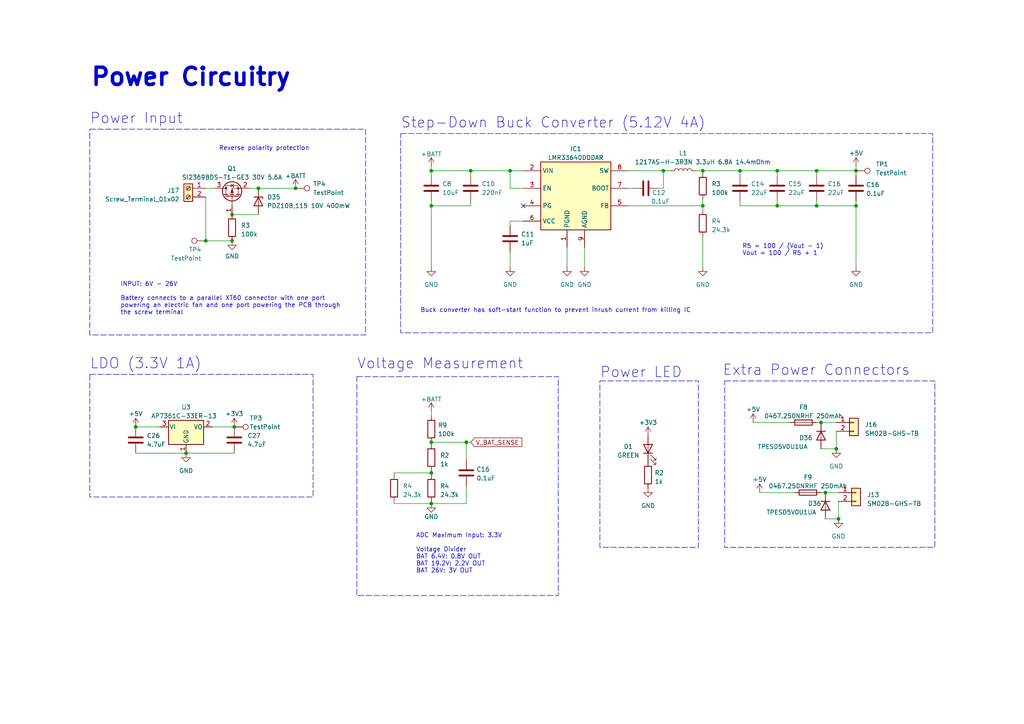
<source format=kicad_sch>
(kicad_sch (version 20230121) (generator eeschema)

  (uuid 96f28213-e3ca-4cd4-b62d-4711d85a11ee)

  (paper "A4")

  (lib_symbols
    (symbol "Connector:Screw_Terminal_01x02" (pin_names (offset 1.016) hide) (in_bom yes) (on_board yes)
      (property "Reference" "J" (at 0 2.54 0)
        (effects (font (size 1.27 1.27)))
      )
      (property "Value" "Screw_Terminal_01x02" (at 0 -5.08 0)
        (effects (font (size 1.27 1.27)))
      )
      (property "Footprint" "" (at 0 0 0)
        (effects (font (size 1.27 1.27)) hide)
      )
      (property "Datasheet" "~" (at 0 0 0)
        (effects (font (size 1.27 1.27)) hide)
      )
      (property "ki_keywords" "screw terminal" (at 0 0 0)
        (effects (font (size 1.27 1.27)) hide)
      )
      (property "ki_description" "Generic screw terminal, single row, 01x02, script generated (kicad-library-utils/schlib/autogen/connector/)" (at 0 0 0)
        (effects (font (size 1.27 1.27)) hide)
      )
      (property "ki_fp_filters" "TerminalBlock*:*" (at 0 0 0)
        (effects (font (size 1.27 1.27)) hide)
      )
      (symbol "Screw_Terminal_01x02_1_1"
        (rectangle (start -1.27 1.27) (end 1.27 -3.81)
          (stroke (width 0.254) (type default))
          (fill (type background))
        )
        (circle (center 0 -2.54) (radius 0.635)
          (stroke (width 0.1524) (type default))
          (fill (type none))
        )
        (polyline
          (pts
            (xy -0.5334 -2.2098)
            (xy 0.3302 -3.048)
          )
          (stroke (width 0.1524) (type default))
          (fill (type none))
        )
        (polyline
          (pts
            (xy -0.5334 0.3302)
            (xy 0.3302 -0.508)
          )
          (stroke (width 0.1524) (type default))
          (fill (type none))
        )
        (polyline
          (pts
            (xy -0.3556 -2.032)
            (xy 0.508 -2.8702)
          )
          (stroke (width 0.1524) (type default))
          (fill (type none))
        )
        (polyline
          (pts
            (xy -0.3556 0.508)
            (xy 0.508 -0.3302)
          )
          (stroke (width 0.1524) (type default))
          (fill (type none))
        )
        (circle (center 0 0) (radius 0.635)
          (stroke (width 0.1524) (type default))
          (fill (type none))
        )
        (pin passive line (at -5.08 0 0) (length 3.81)
          (name "Pin_1" (effects (font (size 1.27 1.27))))
          (number "1" (effects (font (size 1.27 1.27))))
        )
        (pin passive line (at -5.08 -2.54 0) (length 3.81)
          (name "Pin_2" (effects (font (size 1.27 1.27))))
          (number "2" (effects (font (size 1.27 1.27))))
        )
      )
    )
    (symbol "Connector:TestPoint" (pin_numbers hide) (pin_names (offset 0.762) hide) (in_bom yes) (on_board yes)
      (property "Reference" "TP" (at 0 6.858 0)
        (effects (font (size 1.27 1.27)))
      )
      (property "Value" "TestPoint" (at 0 5.08 0)
        (effects (font (size 1.27 1.27)))
      )
      (property "Footprint" "" (at 5.08 0 0)
        (effects (font (size 1.27 1.27)) hide)
      )
      (property "Datasheet" "~" (at 5.08 0 0)
        (effects (font (size 1.27 1.27)) hide)
      )
      (property "ki_keywords" "test point tp" (at 0 0 0)
        (effects (font (size 1.27 1.27)) hide)
      )
      (property "ki_description" "test point" (at 0 0 0)
        (effects (font (size 1.27 1.27)) hide)
      )
      (property "ki_fp_filters" "Pin* Test*" (at 0 0 0)
        (effects (font (size 1.27 1.27)) hide)
      )
      (symbol "TestPoint_0_1"
        (circle (center 0 3.302) (radius 0.762)
          (stroke (width 0) (type default))
          (fill (type none))
        )
      )
      (symbol "TestPoint_1_1"
        (pin passive line (at 0 0 90) (length 2.54)
          (name "1" (effects (font (size 1.27 1.27))))
          (number "1" (effects (font (size 1.27 1.27))))
        )
      )
    )
    (symbol "Connector_Generic:Conn_01x02" (pin_names (offset 1.016) hide) (in_bom yes) (on_board yes)
      (property "Reference" "J" (at 0 2.54 0)
        (effects (font (size 1.27 1.27)))
      )
      (property "Value" "Conn_01x02" (at 0 -5.08 0)
        (effects (font (size 1.27 1.27)))
      )
      (property "Footprint" "" (at 0 0 0)
        (effects (font (size 1.27 1.27)) hide)
      )
      (property "Datasheet" "~" (at 0 0 0)
        (effects (font (size 1.27 1.27)) hide)
      )
      (property "ki_keywords" "connector" (at 0 0 0)
        (effects (font (size 1.27 1.27)) hide)
      )
      (property "ki_description" "Generic connector, single row, 01x02, script generated (kicad-library-utils/schlib/autogen/connector/)" (at 0 0 0)
        (effects (font (size 1.27 1.27)) hide)
      )
      (property "ki_fp_filters" "Connector*:*_1x??_*" (at 0 0 0)
        (effects (font (size 1.27 1.27)) hide)
      )
      (symbol "Conn_01x02_1_1"
        (rectangle (start -1.27 -2.413) (end 0 -2.667)
          (stroke (width 0.1524) (type default))
          (fill (type none))
        )
        (rectangle (start -1.27 0.127) (end 0 -0.127)
          (stroke (width 0.1524) (type default))
          (fill (type none))
        )
        (rectangle (start -1.27 1.27) (end 1.27 -3.81)
          (stroke (width 0.254) (type default))
          (fill (type background))
        )
        (pin passive line (at -5.08 0 0) (length 3.81)
          (name "Pin_1" (effects (font (size 1.27 1.27))))
          (number "1" (effects (font (size 1.27 1.27))))
        )
        (pin passive line (at -5.08 -2.54 0) (length 3.81)
          (name "Pin_2" (effects (font (size 1.27 1.27))))
          (number "2" (effects (font (size 1.27 1.27))))
        )
      )
    )
    (symbol "Device:C" (pin_numbers hide) (pin_names (offset 0.254)) (in_bom yes) (on_board yes)
      (property "Reference" "C" (at 0.635 2.54 0)
        (effects (font (size 1.27 1.27)) (justify left))
      )
      (property "Value" "C" (at 0.635 -2.54 0)
        (effects (font (size 1.27 1.27)) (justify left))
      )
      (property "Footprint" "" (at 0.9652 -3.81 0)
        (effects (font (size 1.27 1.27)) hide)
      )
      (property "Datasheet" "~" (at 0 0 0)
        (effects (font (size 1.27 1.27)) hide)
      )
      (property "ki_keywords" "cap capacitor" (at 0 0 0)
        (effects (font (size 1.27 1.27)) hide)
      )
      (property "ki_description" "Unpolarized capacitor" (at 0 0 0)
        (effects (font (size 1.27 1.27)) hide)
      )
      (property "ki_fp_filters" "C_*" (at 0 0 0)
        (effects (font (size 1.27 1.27)) hide)
      )
      (symbol "C_0_1"
        (polyline
          (pts
            (xy -2.032 -0.762)
            (xy 2.032 -0.762)
          )
          (stroke (width 0.508) (type default))
          (fill (type none))
        )
        (polyline
          (pts
            (xy -2.032 0.762)
            (xy 2.032 0.762)
          )
          (stroke (width 0.508) (type default))
          (fill (type none))
        )
      )
      (symbol "C_1_1"
        (pin passive line (at 0 3.81 270) (length 2.794)
          (name "~" (effects (font (size 1.27 1.27))))
          (number "1" (effects (font (size 1.27 1.27))))
        )
        (pin passive line (at 0 -3.81 90) (length 2.794)
          (name "~" (effects (font (size 1.27 1.27))))
          (number "2" (effects (font (size 1.27 1.27))))
        )
      )
    )
    (symbol "Device:D" (pin_numbers hide) (pin_names (offset 1.016) hide) (in_bom yes) (on_board yes)
      (property "Reference" "D" (at 0 2.54 0)
        (effects (font (size 1.27 1.27)))
      )
      (property "Value" "D" (at 0 -2.54 0)
        (effects (font (size 1.27 1.27)))
      )
      (property "Footprint" "" (at 0 0 0)
        (effects (font (size 1.27 1.27)) hide)
      )
      (property "Datasheet" "~" (at 0 0 0)
        (effects (font (size 1.27 1.27)) hide)
      )
      (property "Sim.Device" "D" (at 0 0 0)
        (effects (font (size 1.27 1.27)) hide)
      )
      (property "Sim.Pins" "1=K 2=A" (at 0 0 0)
        (effects (font (size 1.27 1.27)) hide)
      )
      (property "ki_keywords" "diode" (at 0 0 0)
        (effects (font (size 1.27 1.27)) hide)
      )
      (property "ki_description" "Diode" (at 0 0 0)
        (effects (font (size 1.27 1.27)) hide)
      )
      (property "ki_fp_filters" "TO-???* *_Diode_* *SingleDiode* D_*" (at 0 0 0)
        (effects (font (size 1.27 1.27)) hide)
      )
      (symbol "D_0_1"
        (polyline
          (pts
            (xy -1.27 1.27)
            (xy -1.27 -1.27)
          )
          (stroke (width 0.254) (type default))
          (fill (type none))
        )
        (polyline
          (pts
            (xy 1.27 0)
            (xy -1.27 0)
          )
          (stroke (width 0) (type default))
          (fill (type none))
        )
        (polyline
          (pts
            (xy 1.27 1.27)
            (xy 1.27 -1.27)
            (xy -1.27 0)
            (xy 1.27 1.27)
          )
          (stroke (width 0.254) (type default))
          (fill (type none))
        )
      )
      (symbol "D_1_1"
        (pin passive line (at -3.81 0 0) (length 2.54)
          (name "K" (effects (font (size 1.27 1.27))))
          (number "1" (effects (font (size 1.27 1.27))))
        )
        (pin passive line (at 3.81 0 180) (length 2.54)
          (name "A" (effects (font (size 1.27 1.27))))
          (number "2" (effects (font (size 1.27 1.27))))
        )
      )
    )
    (symbol "Device:D_Zener" (pin_numbers hide) (pin_names (offset 1.016) hide) (in_bom yes) (on_board yes)
      (property "Reference" "D" (at 0 2.54 0)
        (effects (font (size 1.27 1.27)))
      )
      (property "Value" "D_Zener" (at 0 -2.54 0)
        (effects (font (size 1.27 1.27)))
      )
      (property "Footprint" "" (at 0 0 0)
        (effects (font (size 1.27 1.27)) hide)
      )
      (property "Datasheet" "~" (at 0 0 0)
        (effects (font (size 1.27 1.27)) hide)
      )
      (property "ki_keywords" "diode" (at 0 0 0)
        (effects (font (size 1.27 1.27)) hide)
      )
      (property "ki_description" "Zener diode" (at 0 0 0)
        (effects (font (size 1.27 1.27)) hide)
      )
      (property "ki_fp_filters" "TO-???* *_Diode_* *SingleDiode* D_*" (at 0 0 0)
        (effects (font (size 1.27 1.27)) hide)
      )
      (symbol "D_Zener_0_1"
        (polyline
          (pts
            (xy 1.27 0)
            (xy -1.27 0)
          )
          (stroke (width 0) (type default))
          (fill (type none))
        )
        (polyline
          (pts
            (xy -1.27 -1.27)
            (xy -1.27 1.27)
            (xy -0.762 1.27)
          )
          (stroke (width 0.254) (type default))
          (fill (type none))
        )
        (polyline
          (pts
            (xy 1.27 -1.27)
            (xy 1.27 1.27)
            (xy -1.27 0)
            (xy 1.27 -1.27)
          )
          (stroke (width 0.254) (type default))
          (fill (type none))
        )
      )
      (symbol "D_Zener_1_1"
        (pin passive line (at -3.81 0 0) (length 2.54)
          (name "K" (effects (font (size 1.27 1.27))))
          (number "1" (effects (font (size 1.27 1.27))))
        )
        (pin passive line (at 3.81 0 180) (length 2.54)
          (name "A" (effects (font (size 1.27 1.27))))
          (number "2" (effects (font (size 1.27 1.27))))
        )
      )
    )
    (symbol "Device:Fuse" (pin_numbers hide) (pin_names (offset 0)) (in_bom yes) (on_board yes)
      (property "Reference" "F" (at 2.032 0 90)
        (effects (font (size 1.27 1.27)))
      )
      (property "Value" "Fuse" (at -1.905 0 90)
        (effects (font (size 1.27 1.27)))
      )
      (property "Footprint" "" (at -1.778 0 90)
        (effects (font (size 1.27 1.27)) hide)
      )
      (property "Datasheet" "~" (at 0 0 0)
        (effects (font (size 1.27 1.27)) hide)
      )
      (property "ki_keywords" "fuse" (at 0 0 0)
        (effects (font (size 1.27 1.27)) hide)
      )
      (property "ki_description" "Fuse" (at 0 0 0)
        (effects (font (size 1.27 1.27)) hide)
      )
      (property "ki_fp_filters" "*Fuse*" (at 0 0 0)
        (effects (font (size 1.27 1.27)) hide)
      )
      (symbol "Fuse_0_1"
        (rectangle (start -0.762 -2.54) (end 0.762 2.54)
          (stroke (width 0.254) (type default))
          (fill (type none))
        )
        (polyline
          (pts
            (xy 0 2.54)
            (xy 0 -2.54)
          )
          (stroke (width 0) (type default))
          (fill (type none))
        )
      )
      (symbol "Fuse_1_1"
        (pin passive line (at 0 3.81 270) (length 1.27)
          (name "~" (effects (font (size 1.27 1.27))))
          (number "1" (effects (font (size 1.27 1.27))))
        )
        (pin passive line (at 0 -3.81 90) (length 1.27)
          (name "~" (effects (font (size 1.27 1.27))))
          (number "2" (effects (font (size 1.27 1.27))))
        )
      )
    )
    (symbol "Device:L" (pin_numbers hide) (pin_names (offset 1.016) hide) (in_bom yes) (on_board yes)
      (property "Reference" "L" (at -1.27 0 90)
        (effects (font (size 1.27 1.27)))
      )
      (property "Value" "L" (at 1.905 0 90)
        (effects (font (size 1.27 1.27)))
      )
      (property "Footprint" "" (at 0 0 0)
        (effects (font (size 1.27 1.27)) hide)
      )
      (property "Datasheet" "~" (at 0 0 0)
        (effects (font (size 1.27 1.27)) hide)
      )
      (property "ki_keywords" "inductor choke coil reactor magnetic" (at 0 0 0)
        (effects (font (size 1.27 1.27)) hide)
      )
      (property "ki_description" "Inductor" (at 0 0 0)
        (effects (font (size 1.27 1.27)) hide)
      )
      (property "ki_fp_filters" "Choke_* *Coil* Inductor_* L_*" (at 0 0 0)
        (effects (font (size 1.27 1.27)) hide)
      )
      (symbol "L_0_1"
        (arc (start 0 -2.54) (mid 0.6323 -1.905) (end 0 -1.27)
          (stroke (width 0) (type default))
          (fill (type none))
        )
        (arc (start 0 -1.27) (mid 0.6323 -0.635) (end 0 0)
          (stroke (width 0) (type default))
          (fill (type none))
        )
        (arc (start 0 0) (mid 0.6323 0.635) (end 0 1.27)
          (stroke (width 0) (type default))
          (fill (type none))
        )
        (arc (start 0 1.27) (mid 0.6323 1.905) (end 0 2.54)
          (stroke (width 0) (type default))
          (fill (type none))
        )
      )
      (symbol "L_1_1"
        (pin passive line (at 0 3.81 270) (length 1.27)
          (name "1" (effects (font (size 1.27 1.27))))
          (number "1" (effects (font (size 1.27 1.27))))
        )
        (pin passive line (at 0 -3.81 90) (length 1.27)
          (name "2" (effects (font (size 1.27 1.27))))
          (number "2" (effects (font (size 1.27 1.27))))
        )
      )
    )
    (symbol "Device:LED" (pin_numbers hide) (pin_names (offset 1.016) hide) (in_bom yes) (on_board yes)
      (property "Reference" "D" (at 0 2.54 0)
        (effects (font (size 1.27 1.27)))
      )
      (property "Value" "LED" (at 0 -2.54 0)
        (effects (font (size 1.27 1.27)))
      )
      (property "Footprint" "" (at 0 0 0)
        (effects (font (size 1.27 1.27)) hide)
      )
      (property "Datasheet" "~" (at 0 0 0)
        (effects (font (size 1.27 1.27)) hide)
      )
      (property "ki_keywords" "LED diode" (at 0 0 0)
        (effects (font (size 1.27 1.27)) hide)
      )
      (property "ki_description" "Light emitting diode" (at 0 0 0)
        (effects (font (size 1.27 1.27)) hide)
      )
      (property "ki_fp_filters" "LED* LED_SMD:* LED_THT:*" (at 0 0 0)
        (effects (font (size 1.27 1.27)) hide)
      )
      (symbol "LED_0_1"
        (polyline
          (pts
            (xy -1.27 -1.27)
            (xy -1.27 1.27)
          )
          (stroke (width 0.254) (type default))
          (fill (type none))
        )
        (polyline
          (pts
            (xy -1.27 0)
            (xy 1.27 0)
          )
          (stroke (width 0) (type default))
          (fill (type none))
        )
        (polyline
          (pts
            (xy 1.27 -1.27)
            (xy 1.27 1.27)
            (xy -1.27 0)
            (xy 1.27 -1.27)
          )
          (stroke (width 0.254) (type default))
          (fill (type none))
        )
        (polyline
          (pts
            (xy -3.048 -0.762)
            (xy -4.572 -2.286)
            (xy -3.81 -2.286)
            (xy -4.572 -2.286)
            (xy -4.572 -1.524)
          )
          (stroke (width 0) (type default))
          (fill (type none))
        )
        (polyline
          (pts
            (xy -1.778 -0.762)
            (xy -3.302 -2.286)
            (xy -2.54 -2.286)
            (xy -3.302 -2.286)
            (xy -3.302 -1.524)
          )
          (stroke (width 0) (type default))
          (fill (type none))
        )
      )
      (symbol "LED_1_1"
        (pin passive line (at -3.81 0 0) (length 2.54)
          (name "K" (effects (font (size 1.27 1.27))))
          (number "1" (effects (font (size 1.27 1.27))))
        )
        (pin passive line (at 3.81 0 180) (length 2.54)
          (name "A" (effects (font (size 1.27 1.27))))
          (number "2" (effects (font (size 1.27 1.27))))
        )
      )
    )
    (symbol "Device:Q_PMOS_GSD" (pin_names (offset 0) hide) (in_bom yes) (on_board yes)
      (property "Reference" "Q" (at 5.08 1.27 0)
        (effects (font (size 1.27 1.27)) (justify left))
      )
      (property "Value" "Q_PMOS_GSD" (at 5.08 -1.27 0)
        (effects (font (size 1.27 1.27)) (justify left))
      )
      (property "Footprint" "" (at 5.08 2.54 0)
        (effects (font (size 1.27 1.27)) hide)
      )
      (property "Datasheet" "~" (at 0 0 0)
        (effects (font (size 1.27 1.27)) hide)
      )
      (property "ki_keywords" "transistor PMOS P-MOS P-MOSFET" (at 0 0 0)
        (effects (font (size 1.27 1.27)) hide)
      )
      (property "ki_description" "P-MOSFET transistor, gate/source/drain" (at 0 0 0)
        (effects (font (size 1.27 1.27)) hide)
      )
      (symbol "Q_PMOS_GSD_0_1"
        (polyline
          (pts
            (xy 0.254 0)
            (xy -2.54 0)
          )
          (stroke (width 0) (type default))
          (fill (type none))
        )
        (polyline
          (pts
            (xy 0.254 1.905)
            (xy 0.254 -1.905)
          )
          (stroke (width 0.254) (type default))
          (fill (type none))
        )
        (polyline
          (pts
            (xy 0.762 -1.27)
            (xy 0.762 -2.286)
          )
          (stroke (width 0.254) (type default))
          (fill (type none))
        )
        (polyline
          (pts
            (xy 0.762 0.508)
            (xy 0.762 -0.508)
          )
          (stroke (width 0.254) (type default))
          (fill (type none))
        )
        (polyline
          (pts
            (xy 0.762 2.286)
            (xy 0.762 1.27)
          )
          (stroke (width 0.254) (type default))
          (fill (type none))
        )
        (polyline
          (pts
            (xy 2.54 2.54)
            (xy 2.54 1.778)
          )
          (stroke (width 0) (type default))
          (fill (type none))
        )
        (polyline
          (pts
            (xy 2.54 -2.54)
            (xy 2.54 0)
            (xy 0.762 0)
          )
          (stroke (width 0) (type default))
          (fill (type none))
        )
        (polyline
          (pts
            (xy 0.762 1.778)
            (xy 3.302 1.778)
            (xy 3.302 -1.778)
            (xy 0.762 -1.778)
          )
          (stroke (width 0) (type default))
          (fill (type none))
        )
        (polyline
          (pts
            (xy 2.286 0)
            (xy 1.27 0.381)
            (xy 1.27 -0.381)
            (xy 2.286 0)
          )
          (stroke (width 0) (type default))
          (fill (type outline))
        )
        (polyline
          (pts
            (xy 2.794 -0.508)
            (xy 2.921 -0.381)
            (xy 3.683 -0.381)
            (xy 3.81 -0.254)
          )
          (stroke (width 0) (type default))
          (fill (type none))
        )
        (polyline
          (pts
            (xy 3.302 -0.381)
            (xy 2.921 0.254)
            (xy 3.683 0.254)
            (xy 3.302 -0.381)
          )
          (stroke (width 0) (type default))
          (fill (type none))
        )
        (circle (center 1.651 0) (radius 2.794)
          (stroke (width 0.254) (type default))
          (fill (type none))
        )
        (circle (center 2.54 -1.778) (radius 0.254)
          (stroke (width 0) (type default))
          (fill (type outline))
        )
        (circle (center 2.54 1.778) (radius 0.254)
          (stroke (width 0) (type default))
          (fill (type outline))
        )
      )
      (symbol "Q_PMOS_GSD_1_1"
        (pin input line (at -5.08 0 0) (length 2.54)
          (name "G" (effects (font (size 1.27 1.27))))
          (number "1" (effects (font (size 1.27 1.27))))
        )
        (pin passive line (at 2.54 -5.08 90) (length 2.54)
          (name "S" (effects (font (size 1.27 1.27))))
          (number "2" (effects (font (size 1.27 1.27))))
        )
        (pin passive line (at 2.54 5.08 270) (length 2.54)
          (name "D" (effects (font (size 1.27 1.27))))
          (number "3" (effects (font (size 1.27 1.27))))
        )
      )
    )
    (symbol "Device:R" (pin_numbers hide) (pin_names (offset 0)) (in_bom yes) (on_board yes)
      (property "Reference" "R" (at 2.032 0 90)
        (effects (font (size 1.27 1.27)))
      )
      (property "Value" "R" (at 0 0 90)
        (effects (font (size 1.27 1.27)))
      )
      (property "Footprint" "" (at -1.778 0 90)
        (effects (font (size 1.27 1.27)) hide)
      )
      (property "Datasheet" "~" (at 0 0 0)
        (effects (font (size 1.27 1.27)) hide)
      )
      (property "ki_keywords" "R res resistor" (at 0 0 0)
        (effects (font (size 1.27 1.27)) hide)
      )
      (property "ki_description" "Resistor" (at 0 0 0)
        (effects (font (size 1.27 1.27)) hide)
      )
      (property "ki_fp_filters" "R_*" (at 0 0 0)
        (effects (font (size 1.27 1.27)) hide)
      )
      (symbol "R_0_1"
        (rectangle (start -1.016 -2.54) (end 1.016 2.54)
          (stroke (width 0.254) (type default))
          (fill (type none))
        )
      )
      (symbol "R_1_1"
        (pin passive line (at 0 3.81 270) (length 1.27)
          (name "~" (effects (font (size 1.27 1.27))))
          (number "1" (effects (font (size 1.27 1.27))))
        )
        (pin passive line (at 0 -3.81 90) (length 1.27)
          (name "~" (effects (font (size 1.27 1.27))))
          (number "2" (effects (font (size 1.27 1.27))))
        )
      )
    )
    (symbol "FlightComputerLibrary:AP7361C-33ER-13" (pin_names (offset 0.254)) (in_bom yes) (on_board yes)
      (property "Reference" "U" (at -3.81 3.175 0)
        (effects (font (size 1.27 1.27)))
      )
      (property "Value" "AP7361C-33ER-13" (at 0 3.175 0)
        (effects (font (size 1.27 1.27)) (justify left))
      )
      (property "Footprint" "Package_TO_SOT_SMD:SOT-223-3_TabPin2" (at 0 5.715 0)
        (effects (font (size 1.27 1.27) italic) hide)
      )
      (property "Datasheet" "https://www.diodes.com/assets/Datasheets/AP7361C.pdf" (at 0 -1.27 0)
        (effects (font (size 1.27 1.27)) hide)
      )
      (property "ki_keywords" "linear regulator ldo fixed positive" (at 0 0 0)
        (effects (font (size 1.27 1.27)) hide)
      )
      (property "ki_description" "1A Low Dropout regulator, positive, 3.3V fixed output, SOT-223" (at 0 0 0)
        (effects (font (size 1.27 1.27)) hide)
      )
      (property "ki_fp_filters" "SOT?223*" (at 0 0 0)
        (effects (font (size 1.27 1.27)) hide)
      )
      (symbol "AP7361C-33ER-13_0_1"
        (rectangle (start -5.08 -5.08) (end 5.08 1.905)
          (stroke (width 0.254) (type default))
          (fill (type background))
        )
      )
      (symbol "AP7361C-33ER-13_1_1"
        (pin power_in line (at 0 -7.62 90) (length 2.54)
          (name "GND" (effects (font (size 1.27 1.27))))
          (number "1" (effects (font (size 1.27 1.27))))
        )
        (pin power_out line (at 7.62 0 180) (length 2.54)
          (name "VO" (effects (font (size 1.27 1.27))))
          (number "2" (effects (font (size 1.27 1.27))))
        )
        (pin power_in line (at -7.62 0 0) (length 2.54)
          (name "VI" (effects (font (size 1.27 1.27))))
          (number "3" (effects (font (size 1.27 1.27))))
        )
      )
    )
    (symbol "FlightComputerLibrary:LMR33640DDDAR" (in_bom yes) (on_board yes)
      (property "Reference" "IC" (at 6.985 7.62 0)
        (effects (font (size 1.27 1.27)) (justify left top))
      )
      (property "Value" "LMR33640DDDAR" (at 6.985 5.08 0)
        (effects (font (size 1.27 1.27)) (justify left top))
      )
      (property "Footprint" "FlightComputerLibrary:LMR33640DDDAR" (at 26.67 -94.92 0)
        (effects (font (size 1.27 1.27)) (justify left top) hide)
      )
      (property "Datasheet" "https://www.ti.com/lit/gpn/LMR33640" (at 26.67 -194.92 0)
        (effects (font (size 1.27 1.27)) (justify left top) hide)
      )
      (property "Height" "1.7" (at 26.67 -394.92 0)
        (effects (font (size 1.27 1.27)) (justify left top) hide)
      )
      (property "Mouser Part Number" "595-LMR33640DDDAR" (at 26.67 -494.92 0)
        (effects (font (size 1.27 1.27)) (justify left top) hide)
      )
      (property "Mouser Price/Stock" "https://www.mouser.co.uk/ProductDetail/Texas-Instruments/LMR33640DDDAR?qs=wnTfsH77Xs4APrSXlTODHA%3D%3D" (at 26.67 -594.92 0)
        (effects (font (size 1.27 1.27)) (justify left top) hide)
      )
      (property "Manufacturer_Name" "Texas Instruments" (at 26.67 -694.92 0)
        (effects (font (size 1.27 1.27)) (justify left top) hide)
      )
      (property "Manufacturer_Part_Number" "LMR33640DDDAR" (at 26.67 -794.92 0)
        (effects (font (size 1.27 1.27)) (justify left top) hide)
      )
      (property "ki_description" "Switching Voltage Regulators SIMPLE SWITCHER 3.8-V to 36-V, 4-A step-down converter in SOIC-8 package 8-SO PowerPAD -40 to 125" (at 0 0 0)
        (effects (font (size 1.27 1.27)) hide)
      )
      (symbol "LMR33640DDDAR_1_1"
        (rectangle (start 5.08 2.54) (end 25.4 -17.145)
          (stroke (width 0.254) (type default))
          (fill (type background))
        )
        (pin passive line (at 12.7 -22.225 90) (length 5.08)
          (name "PGND" (effects (font (size 1.27 1.27))))
          (number "1" (effects (font (size 1.27 1.27))))
        )
        (pin passive line (at 0 0 0) (length 5.08)
          (name "VIN" (effects (font (size 1.27 1.27))))
          (number "2" (effects (font (size 1.27 1.27))))
        )
        (pin passive line (at 0 -5.08 0) (length 5.08)
          (name "EN" (effects (font (size 1.27 1.27))))
          (number "3" (effects (font (size 1.27 1.27))))
        )
        (pin passive line (at 0 -10.16 0) (length 5.08)
          (name "PG" (effects (font (size 1.27 1.27))))
          (number "4" (effects (font (size 1.27 1.27))))
        )
        (pin passive line (at 30.48 -10.16 180) (length 5.08)
          (name "FB" (effects (font (size 1.27 1.27))))
          (number "5" (effects (font (size 1.27 1.27))))
        )
        (pin passive line (at 0 -14.605 0) (length 5.08)
          (name "VCC" (effects (font (size 1.27 1.27))))
          (number "6" (effects (font (size 1.27 1.27))))
        )
        (pin passive line (at 30.48 -5.08 180) (length 5.08)
          (name "BOOT" (effects (font (size 1.27 1.27))))
          (number "7" (effects (font (size 1.27 1.27))))
        )
        (pin passive line (at 30.48 0 180) (length 5.08)
          (name "SW" (effects (font (size 1.27 1.27))))
          (number "8" (effects (font (size 1.27 1.27))))
        )
        (pin passive line (at 17.78 -22.225 90) (length 5.08)
          (name "AGND" (effects (font (size 1.27 1.27))))
          (number "9" (effects (font (size 1.27 1.27))))
        )
      )
    )
    (symbol "power:+3V3" (power) (pin_names (offset 0)) (in_bom yes) (on_board yes)
      (property "Reference" "#PWR" (at 0 -3.81 0)
        (effects (font (size 1.27 1.27)) hide)
      )
      (property "Value" "+3V3" (at 0 3.556 0)
        (effects (font (size 1.27 1.27)))
      )
      (property "Footprint" "" (at 0 0 0)
        (effects (font (size 1.27 1.27)) hide)
      )
      (property "Datasheet" "" (at 0 0 0)
        (effects (font (size 1.27 1.27)) hide)
      )
      (property "ki_keywords" "global power" (at 0 0 0)
        (effects (font (size 1.27 1.27)) hide)
      )
      (property "ki_description" "Power symbol creates a global label with name \"+3V3\"" (at 0 0 0)
        (effects (font (size 1.27 1.27)) hide)
      )
      (symbol "+3V3_0_1"
        (polyline
          (pts
            (xy -0.762 1.27)
            (xy 0 2.54)
          )
          (stroke (width 0) (type default))
          (fill (type none))
        )
        (polyline
          (pts
            (xy 0 0)
            (xy 0 2.54)
          )
          (stroke (width 0) (type default))
          (fill (type none))
        )
        (polyline
          (pts
            (xy 0 2.54)
            (xy 0.762 1.27)
          )
          (stroke (width 0) (type default))
          (fill (type none))
        )
      )
      (symbol "+3V3_1_1"
        (pin power_in line (at 0 0 90) (length 0) hide
          (name "+3V3" (effects (font (size 1.27 1.27))))
          (number "1" (effects (font (size 1.27 1.27))))
        )
      )
    )
    (symbol "power:+5V" (power) (pin_names (offset 0)) (in_bom yes) (on_board yes)
      (property "Reference" "#PWR" (at 0 -3.81 0)
        (effects (font (size 1.27 1.27)) hide)
      )
      (property "Value" "+5V" (at 0 3.556 0)
        (effects (font (size 1.27 1.27)))
      )
      (property "Footprint" "" (at 0 0 0)
        (effects (font (size 1.27 1.27)) hide)
      )
      (property "Datasheet" "" (at 0 0 0)
        (effects (font (size 1.27 1.27)) hide)
      )
      (property "ki_keywords" "global power" (at 0 0 0)
        (effects (font (size 1.27 1.27)) hide)
      )
      (property "ki_description" "Power symbol creates a global label with name \"+5V\"" (at 0 0 0)
        (effects (font (size 1.27 1.27)) hide)
      )
      (symbol "+5V_0_1"
        (polyline
          (pts
            (xy -0.762 1.27)
            (xy 0 2.54)
          )
          (stroke (width 0) (type default))
          (fill (type none))
        )
        (polyline
          (pts
            (xy 0 0)
            (xy 0 2.54)
          )
          (stroke (width 0) (type default))
          (fill (type none))
        )
        (polyline
          (pts
            (xy 0 2.54)
            (xy 0.762 1.27)
          )
          (stroke (width 0) (type default))
          (fill (type none))
        )
      )
      (symbol "+5V_1_1"
        (pin power_in line (at 0 0 90) (length 0) hide
          (name "+5V" (effects (font (size 1.27 1.27))))
          (number "1" (effects (font (size 1.27 1.27))))
        )
      )
    )
    (symbol "power:+BATT" (power) (pin_names (offset 0)) (in_bom yes) (on_board yes)
      (property "Reference" "#PWR" (at 0 -3.81 0)
        (effects (font (size 1.27 1.27)) hide)
      )
      (property "Value" "+BATT" (at 0 3.556 0)
        (effects (font (size 1.27 1.27)))
      )
      (property "Footprint" "" (at 0 0 0)
        (effects (font (size 1.27 1.27)) hide)
      )
      (property "Datasheet" "" (at 0 0 0)
        (effects (font (size 1.27 1.27)) hide)
      )
      (property "ki_keywords" "global power battery" (at 0 0 0)
        (effects (font (size 1.27 1.27)) hide)
      )
      (property "ki_description" "Power symbol creates a global label with name \"+BATT\"" (at 0 0 0)
        (effects (font (size 1.27 1.27)) hide)
      )
      (symbol "+BATT_0_1"
        (polyline
          (pts
            (xy -0.762 1.27)
            (xy 0 2.54)
          )
          (stroke (width 0) (type default))
          (fill (type none))
        )
        (polyline
          (pts
            (xy 0 0)
            (xy 0 2.54)
          )
          (stroke (width 0) (type default))
          (fill (type none))
        )
        (polyline
          (pts
            (xy 0 2.54)
            (xy 0.762 1.27)
          )
          (stroke (width 0) (type default))
          (fill (type none))
        )
      )
      (symbol "+BATT_1_1"
        (pin power_in line (at 0 0 90) (length 0) hide
          (name "+BATT" (effects (font (size 1.27 1.27))))
          (number "1" (effects (font (size 1.27 1.27))))
        )
      )
    )
    (symbol "power:GND" (power) (pin_names (offset 0)) (in_bom yes) (on_board yes)
      (property "Reference" "#PWR" (at 0 -6.35 0)
        (effects (font (size 1.27 1.27)) hide)
      )
      (property "Value" "GND" (at 0 -3.81 0)
        (effects (font (size 1.27 1.27)))
      )
      (property "Footprint" "" (at 0 0 0)
        (effects (font (size 1.27 1.27)) hide)
      )
      (property "Datasheet" "" (at 0 0 0)
        (effects (font (size 1.27 1.27)) hide)
      )
      (property "ki_keywords" "global power" (at 0 0 0)
        (effects (font (size 1.27 1.27)) hide)
      )
      (property "ki_description" "Power symbol creates a global label with name \"GND\" , ground" (at 0 0 0)
        (effects (font (size 1.27 1.27)) hide)
      )
      (symbol "GND_0_1"
        (polyline
          (pts
            (xy 0 0)
            (xy 0 -1.27)
            (xy 1.27 -1.27)
            (xy 0 -2.54)
            (xy -1.27 -1.27)
            (xy 0 -1.27)
          )
          (stroke (width 0) (type default))
          (fill (type none))
        )
      )
      (symbol "GND_1_1"
        (pin power_in line (at 0 0 270) (length 0) hide
          (name "GND" (effects (font (size 1.27 1.27))))
          (number "1" (effects (font (size 1.27 1.27))))
        )
      )
    )
  )

  (junction (at 192.405 49.53) (diameter 0) (color 0 0 0 0)
    (uuid 0527f2eb-fb55-4351-b41a-b18190f8e465)
  )
  (junction (at 238.125 122.555) (diameter 0) (color 0 0 0 0)
    (uuid 05c744f5-5daf-4d87-a5b7-f7d263f9228f)
  )
  (junction (at 125.095 59.69) (diameter 0) (color 0 0 0 0)
    (uuid 09e8fd2f-4973-40be-8419-886bafa4dfe7)
  )
  (junction (at 203.835 49.53) (diameter 0) (color 0 0 0 0)
    (uuid 0bfe915e-1dc1-4179-b86c-13b7ed5f29c5)
  )
  (junction (at 67.945 123.825) (diameter 0) (color 0 0 0 0)
    (uuid 1658c26c-a230-4fdb-b824-d1ee705405f8)
  )
  (junction (at 125.095 137.16) (diameter 0) (color 0 0 0 0)
    (uuid 17474284-cc45-4c8d-941b-d0f2ba854f49)
  )
  (junction (at 125.095 146.05) (diameter 0) (color 0 0 0 0)
    (uuid 18ccbfcb-7303-45a9-b2c2-f10fc70b3515)
  )
  (junction (at 214.63 49.53) (diameter 0) (color 0 0 0 0)
    (uuid 1af2fe97-e0cf-44a3-97cd-881aa320e119)
  )
  (junction (at 53.975 131.445) (diameter 0) (color 0 0 0 0)
    (uuid 237172a1-0826-42a8-af83-3cbe2399e4e2)
  )
  (junction (at 236.855 49.53) (diameter 0) (color 0 0 0 0)
    (uuid 26c726b0-4dc1-4362-93fa-617c68a5bfe1)
  )
  (junction (at 136.525 49.53) (diameter 0) (color 0 0 0 0)
    (uuid 26eea132-c44f-4319-84cf-6535a109304b)
  )
  (junction (at 39.37 123.825) (diameter 0) (color 0 0 0 0)
    (uuid 28b6ffe6-6e51-4804-994b-e4a09eb97d1c)
  )
  (junction (at 74.93 54.61) (diameter 0) (color 0 0 0 0)
    (uuid 2a4fc569-9694-40b4-911d-9d332b43a06c)
  )
  (junction (at 147.955 49.53) (diameter 0) (color 0 0 0 0)
    (uuid 32e4c8c0-32a9-410e-8d9c-2ea8983f25e1)
  )
  (junction (at 248.285 59.69) (diameter 0) (color 0 0 0 0)
    (uuid 619ec49b-7bf0-4d3c-8a66-8ea974743312)
  )
  (junction (at 225.425 49.53) (diameter 0) (color 0 0 0 0)
    (uuid 63901944-db3a-46ae-bdf6-2d3b04fcbb1b)
  )
  (junction (at 59.69 69.85) (diameter 0) (color 0 0 0 0)
    (uuid 92e27c16-fc33-4700-8348-488095639939)
  )
  (junction (at 236.855 59.69) (diameter 0) (color 0 0 0 0)
    (uuid 975db482-6b47-423a-883d-5a20dccb148f)
  )
  (junction (at 135.255 128.27) (diameter 0) (color 0 0 0 0)
    (uuid a580447e-97b8-4dc1-af99-dc4e1b40c12f)
  )
  (junction (at 85.725 54.61) (diameter 0) (color 0 0 0 0)
    (uuid ad8933ba-e2ae-43d3-95d4-a86f7123ddfe)
  )
  (junction (at 67.31 62.23) (diameter 0) (color 0 0 0 0)
    (uuid b2182c87-12ee-4aba-8946-b3f217cd7427)
  )
  (junction (at 203.835 59.69) (diameter 0) (color 0 0 0 0)
    (uuid b6197f7b-ef5d-4465-bb9c-dd8af44a5231)
  )
  (junction (at 243.205 150.495) (diameter 0) (color 0 0 0 0)
    (uuid bec5757f-6972-49e9-94e5-feafcd5f0627)
  )
  (junction (at 239.395 142.875) (diameter 0) (color 0 0 0 0)
    (uuid c66628e0-c40c-4b13-82a4-1d3a76fbd5f7)
  )
  (junction (at 242.57 130.175) (diameter 0) (color 0 0 0 0)
    (uuid cc0a2305-fafd-47bc-a6d7-3a53d53a8921)
  )
  (junction (at 248.285 49.53) (diameter 0) (color 0 0 0 0)
    (uuid db1cdf44-a000-4890-bca7-d3ee0bf80b8d)
  )
  (junction (at 125.095 128.27) (diameter 0) (color 0 0 0 0)
    (uuid db6e7c80-bfe3-4e2b-a035-7a941a9be470)
  )
  (junction (at 67.31 69.85) (diameter 0) (color 0 0 0 0)
    (uuid e9ed31a9-3f35-435f-b188-8d436555bab0)
  )
  (junction (at 125.095 49.53) (diameter 0) (color 0 0 0 0)
    (uuid f0021d79-b361-45c0-86a4-8097d90c1d2f)
  )
  (junction (at 225.425 59.69) (diameter 0) (color 0 0 0 0)
    (uuid f494b489-44dc-4aad-a05e-ea66d59c8052)
  )

  (no_connect (at 151.765 59.69) (uuid 29fedc9e-f531-427b-82fa-87d49af94f16))

  (wire (pts (xy 169.545 77.47) (xy 169.545 71.755))
    (stroke (width 0) (type default))
    (uuid 031e9db3-b899-436f-adfe-7406e8e83acc)
  )
  (wire (pts (xy 114.3 137.795) (xy 114.3 137.16))
    (stroke (width 0) (type default))
    (uuid 03935686-97a6-4872-b081-c185a9d1f032)
  )
  (wire (pts (xy 114.3 146.05) (xy 114.3 145.415))
    (stroke (width 0) (type default))
    (uuid 04dfeb54-ff43-452c-b5ef-027c201a9d0e)
  )
  (wire (pts (xy 236.855 58.42) (xy 236.855 59.69))
    (stroke (width 0) (type default))
    (uuid 05d28911-864c-475f-93cb-3bdc74eca246)
  )
  (wire (pts (xy 61.595 123.825) (xy 67.945 123.825))
    (stroke (width 0) (type default))
    (uuid 0b94eae9-fcf7-4ad4-b1ac-d20c45d556a4)
  )
  (wire (pts (xy 214.63 49.53) (xy 225.425 49.53))
    (stroke (width 0) (type default))
    (uuid 0da07a25-3e46-4093-9314-5edbdd896e8a)
  )
  (wire (pts (xy 218.44 122.555) (xy 229.235 122.555))
    (stroke (width 0) (type default))
    (uuid 1619a341-6b34-4c8a-874f-d2f14990e658)
  )
  (wire (pts (xy 225.425 58.42) (xy 225.425 59.69))
    (stroke (width 0) (type default))
    (uuid 1ca0a34b-826f-480b-bca4-54f6232e267e)
  )
  (wire (pts (xy 248.285 48.26) (xy 248.285 49.53))
    (stroke (width 0) (type default))
    (uuid 1ed9d5a5-5a31-4bc4-813a-5ab400d78f19)
  )
  (wire (pts (xy 238.125 142.875) (xy 239.395 142.875))
    (stroke (width 0) (type default))
    (uuid 1f0f4431-b96b-4210-abc9-ae325972b6d9)
  )
  (wire (pts (xy 125.095 50.8) (xy 125.095 49.53))
    (stroke (width 0) (type default))
    (uuid 22b99cdb-960a-4bc5-8a98-1f082969489b)
  )
  (wire (pts (xy 182.245 59.69) (xy 203.835 59.69))
    (stroke (width 0) (type default))
    (uuid 26d4d1ad-b463-49c2-93a8-6eec71edd4b8)
  )
  (wire (pts (xy 203.835 77.47) (xy 203.835 68.58))
    (stroke (width 0) (type default))
    (uuid 28dcee50-a622-4f3d-a19e-d8014efd9a7c)
  )
  (wire (pts (xy 135.255 140.97) (xy 135.255 146.05))
    (stroke (width 0) (type default))
    (uuid 29ea3900-6fd2-4c9d-a474-5cd5cbccb9da)
  )
  (wire (pts (xy 238.125 130.175) (xy 242.57 130.175))
    (stroke (width 0) (type default))
    (uuid 2b2ebc24-a6fd-497d-a7f1-f5a32605b9fb)
  )
  (wire (pts (xy 203.835 49.53) (xy 201.93 49.53))
    (stroke (width 0) (type default))
    (uuid 31802fb9-4867-4a01-bc96-a90890632a67)
  )
  (wire (pts (xy 242.57 130.175) (xy 242.57 125.095))
    (stroke (width 0) (type default))
    (uuid 31bc53ce-be03-4fd0-8308-376655142fa9)
  )
  (wire (pts (xy 114.3 146.05) (xy 125.095 146.05))
    (stroke (width 0) (type default))
    (uuid 339c5fb4-a7c0-4bff-ad44-c4eb6f418b1b)
  )
  (wire (pts (xy 74.93 54.61) (xy 72.39 54.61))
    (stroke (width 0) (type default))
    (uuid 363e680d-bff5-4b47-bfec-7955ca303530)
  )
  (wire (pts (xy 125.095 58.42) (xy 125.095 59.69))
    (stroke (width 0) (type default))
    (uuid 37377e26-e13e-4f65-a00e-ba519c5c8a65)
  )
  (wire (pts (xy 85.725 54.61) (xy 74.93 54.61))
    (stroke (width 0) (type default))
    (uuid 3deb06bb-6920-490c-8691-e1b92c1dd735)
  )
  (wire (pts (xy 59.69 69.85) (xy 67.31 69.85))
    (stroke (width 0) (type default))
    (uuid 3e6b2cbb-0565-477b-9474-bb6766603b26)
  )
  (wire (pts (xy 164.465 77.47) (xy 164.465 71.755))
    (stroke (width 0) (type default))
    (uuid 4050f669-1ef1-4257-bd74-df993a5c95f1)
  )
  (wire (pts (xy 203.835 57.785) (xy 203.835 59.69))
    (stroke (width 0) (type default))
    (uuid 4558e504-057b-43ad-85d3-603019289e7a)
  )
  (wire (pts (xy 39.37 123.825) (xy 46.355 123.825))
    (stroke (width 0) (type default))
    (uuid 49f370b3-1806-4a3d-9e72-5b5fcb71c310)
  )
  (wire (pts (xy 147.955 65.405) (xy 147.955 64.135))
    (stroke (width 0) (type default))
    (uuid 51cf7af9-97ac-46fe-a240-0434850ea4c9)
  )
  (wire (pts (xy 125.095 137.795) (xy 125.095 137.16))
    (stroke (width 0) (type default))
    (uuid 52946679-f593-4fd1-ae91-0ec2c65c58ff)
  )
  (wire (pts (xy 243.205 150.495) (xy 243.205 145.415))
    (stroke (width 0) (type default))
    (uuid 5700efb1-03e7-40e6-8c15-7879576c50ca)
  )
  (wire (pts (xy 136.525 50.8) (xy 136.525 49.53))
    (stroke (width 0) (type default))
    (uuid 579e630a-66aa-422c-88d6-46000218e2be)
  )
  (wire (pts (xy 194.31 49.53) (xy 192.405 49.53))
    (stroke (width 0) (type default))
    (uuid 58454680-3857-45df-9ed0-e886952efd02)
  )
  (wire (pts (xy 125.095 128.905) (xy 125.095 128.27))
    (stroke (width 0) (type default))
    (uuid 5ada8ef4-6d06-42b2-87fc-e2b5086f7a3f)
  )
  (wire (pts (xy 191.135 54.61) (xy 192.405 54.61))
    (stroke (width 0) (type default))
    (uuid 5d137c05-fba8-4359-bffd-1f2fe15affba)
  )
  (wire (pts (xy 114.3 137.16) (xy 125.095 137.16))
    (stroke (width 0) (type default))
    (uuid 63b28c22-5375-4d18-8ed4-d3d25678aa1c)
  )
  (wire (pts (xy 214.63 58.42) (xy 214.63 59.69))
    (stroke (width 0) (type default))
    (uuid 64313526-505b-407c-af97-63ddc17cd6eb)
  )
  (wire (pts (xy 248.285 58.42) (xy 248.285 59.69))
    (stroke (width 0) (type default))
    (uuid 64e97453-df1a-4511-b5df-efb010812fcb)
  )
  (wire (pts (xy 125.095 119.38) (xy 125.095 120.65))
    (stroke (width 0) (type default))
    (uuid 6b7ea1c5-798c-492c-9c6d-12043718821a)
  )
  (wire (pts (xy 125.095 59.69) (xy 136.525 59.69))
    (stroke (width 0) (type default))
    (uuid 6d3ebf33-7cfe-4fbc-ada1-d214cf9a8704)
  )
  (wire (pts (xy 125.095 137.16) (xy 125.095 136.525))
    (stroke (width 0) (type default))
    (uuid 6d5228c5-086b-47ff-b31d-989997ef65ac)
  )
  (wire (pts (xy 147.955 49.53) (xy 151.765 49.53))
    (stroke (width 0) (type default))
    (uuid 6ea95b88-0743-443a-87bc-0249339e0066)
  )
  (wire (pts (xy 248.285 49.53) (xy 236.855 49.53))
    (stroke (width 0) (type default))
    (uuid 6fd5573a-4063-43ef-9fa3-fa8c86788136)
  )
  (wire (pts (xy 203.835 49.53) (xy 214.63 49.53))
    (stroke (width 0) (type default))
    (uuid 70a2c8c7-d948-4fdc-9382-2cde987eaa0f)
  )
  (wire (pts (xy 125.095 128.27) (xy 135.255 128.27))
    (stroke (width 0) (type default))
    (uuid 7e47b0d0-596c-46af-bacf-e787c75e75f1)
  )
  (wire (pts (xy 192.405 54.61) (xy 192.405 49.53))
    (stroke (width 0) (type default))
    (uuid 7f3238a4-9e77-4111-92f1-b0a058051f92)
  )
  (wire (pts (xy 239.395 150.495) (xy 243.205 150.495))
    (stroke (width 0) (type default))
    (uuid 800e9f8e-b294-486d-8dbb-21b617cd3a6d)
  )
  (wire (pts (xy 59.69 54.61) (xy 62.23 54.61))
    (stroke (width 0) (type default))
    (uuid 80a3f4c4-6b02-4ec5-9987-458c2b84cd64)
  )
  (wire (pts (xy 225.425 59.69) (xy 214.63 59.69))
    (stroke (width 0) (type default))
    (uuid 86d94d2b-4c23-48cb-8657-e37144b810b8)
  )
  (wire (pts (xy 135.255 128.27) (xy 136.525 128.27))
    (stroke (width 0) (type default))
    (uuid 886405aa-2e19-4852-8ad6-9bc8fe902664)
  )
  (wire (pts (xy 147.955 54.61) (xy 147.955 49.53))
    (stroke (width 0) (type default))
    (uuid 89078644-fe85-449b-8448-058c0fbf6e34)
  )
  (wire (pts (xy 236.855 59.69) (xy 225.425 59.69))
    (stroke (width 0) (type default))
    (uuid 8fa91083-3f30-4c20-9a8c-613004125cd5)
  )
  (wire (pts (xy 183.515 54.61) (xy 182.245 54.61))
    (stroke (width 0) (type default))
    (uuid 970614cf-5611-4485-a1be-83f1b1690bf0)
  )
  (wire (pts (xy 248.285 49.53) (xy 248.285 50.8))
    (stroke (width 0) (type default))
    (uuid 9752aa21-25a7-4685-935b-46a90d16640d)
  )
  (wire (pts (xy 135.255 133.35) (xy 135.255 128.27))
    (stroke (width 0) (type default))
    (uuid 9ce65a95-7a6d-472f-a050-aeb395ad6ad6)
  )
  (wire (pts (xy 136.525 49.53) (xy 147.955 49.53))
    (stroke (width 0) (type default))
    (uuid a012bc8b-02e2-41e8-9c06-6220e8986c90)
  )
  (wire (pts (xy 203.835 59.69) (xy 203.835 60.96))
    (stroke (width 0) (type default))
    (uuid a5895cc1-f371-425d-a7ad-25c187e4b6f3)
  )
  (wire (pts (xy 236.855 122.555) (xy 238.125 122.555))
    (stroke (width 0) (type default))
    (uuid b2195827-4464-4459-86c0-f3f30f7b7973)
  )
  (wire (pts (xy 39.37 131.445) (xy 53.975 131.445))
    (stroke (width 0) (type default))
    (uuid b491ffa2-6851-46ae-8af9-6563be088fe1)
  )
  (wire (pts (xy 136.525 59.69) (xy 136.525 58.42))
    (stroke (width 0) (type default))
    (uuid b623bb9f-e31e-4394-8092-276a4e1f7d15)
  )
  (wire (pts (xy 147.955 77.47) (xy 147.955 73.025))
    (stroke (width 0) (type default))
    (uuid b63374ed-cb06-4dd9-a68a-982d08a9056b)
  )
  (wire (pts (xy 225.425 49.53) (xy 225.425 50.8))
    (stroke (width 0) (type default))
    (uuid b64daa35-cf4c-4f40-9c70-10345dd1e908)
  )
  (wire (pts (xy 214.63 49.53) (xy 214.63 50.8))
    (stroke (width 0) (type default))
    (uuid b71ada52-960a-4a82-bfea-27e171da81ad)
  )
  (wire (pts (xy 151.765 54.61) (xy 147.955 54.61))
    (stroke (width 0) (type default))
    (uuid c74af101-68df-46db-82ef-46cd442d559f)
  )
  (wire (pts (xy 248.285 59.69) (xy 248.285 77.47))
    (stroke (width 0) (type default))
    (uuid c926bf4d-33fd-4309-86e2-4cc2621acf5f)
  )
  (wire (pts (xy 53.975 131.445) (xy 67.945 131.445))
    (stroke (width 0) (type default))
    (uuid cd4950cc-2215-4239-97b5-e372065bffc3)
  )
  (wire (pts (xy 239.395 142.875) (xy 243.205 142.875))
    (stroke (width 0) (type default))
    (uuid cdcd5586-0a3f-463e-93e8-687bb788d152)
  )
  (wire (pts (xy 192.405 49.53) (xy 182.245 49.53))
    (stroke (width 0) (type default))
    (uuid d03a45e8-25d8-44fb-beb9-f5ba8dafc8a9)
  )
  (wire (pts (xy 203.835 49.53) (xy 203.835 50.165))
    (stroke (width 0) (type default))
    (uuid d2b0483c-63e7-435d-a56f-15e05d8575de)
  )
  (wire (pts (xy 147.955 64.135) (xy 151.765 64.135))
    (stroke (width 0) (type default))
    (uuid d5b5f952-33b6-439a-a9c7-3a457c95d7ba)
  )
  (wire (pts (xy 125.095 77.47) (xy 125.095 59.69))
    (stroke (width 0) (type default))
    (uuid d77a7d53-b7fe-48af-92f7-820390e4a9ce)
  )
  (wire (pts (xy 67.31 62.23) (xy 74.93 62.23))
    (stroke (width 0) (type default))
    (uuid d8169941-941b-4581-87de-cb775a95e0e1)
  )
  (wire (pts (xy 238.125 122.555) (xy 242.57 122.555))
    (stroke (width 0) (type default))
    (uuid dcea7442-9d7e-468c-b689-8daf03b99d69)
  )
  (wire (pts (xy 248.285 59.69) (xy 236.855 59.69))
    (stroke (width 0) (type default))
    (uuid ddf5c5c7-80f6-4e61-85d7-0d182310a815)
  )
  (wire (pts (xy 236.855 49.53) (xy 236.855 50.8))
    (stroke (width 0) (type default))
    (uuid e5acb895-7ef0-45e3-90b8-f005b0b8388c)
  )
  (wire (pts (xy 125.095 48.26) (xy 125.095 49.53))
    (stroke (width 0) (type default))
    (uuid e79f0d4f-532f-4065-8ac6-b556b6587114)
  )
  (wire (pts (xy 220.345 142.875) (xy 230.505 142.875))
    (stroke (width 0) (type default))
    (uuid f0de35d3-e977-4d83-b8ec-938bfe99b592)
  )
  (wire (pts (xy 135.255 146.05) (xy 125.095 146.05))
    (stroke (width 0) (type default))
    (uuid f6ff38e6-ebdc-4bb2-b644-0753878a0982)
  )
  (wire (pts (xy 225.425 49.53) (xy 236.855 49.53))
    (stroke (width 0) (type default))
    (uuid faa24b94-c6df-422e-9491-fdc5dbe91109)
  )
  (wire (pts (xy 59.69 57.15) (xy 59.69 69.85))
    (stroke (width 0) (type default))
    (uuid facc2882-4dcd-479f-9adb-c094cc4f002f)
  )
  (wire (pts (xy 125.095 49.53) (xy 136.525 49.53))
    (stroke (width 0) (type default))
    (uuid ff0dac0d-7d74-49bb-ad87-6ef039d29544)
  )
  (wire (pts (xy 125.095 146.05) (xy 125.095 145.415))
    (stroke (width 0) (type default))
    (uuid ffb51888-27c1-4bb3-9b1a-1e0aedc27505)
  )

  (rectangle (start 103.505 109.22) (end 161.925 172.72)
    (stroke (width 0) (type dash))
    (fill (type none))
    (uuid 3fdf663b-79d3-4c36-86f9-d7e639a2bb48)
  )
  (rectangle (start 116.205 38.735) (end 270.51 96.52)
    (stroke (width 0) (type dash))
    (fill (type none))
    (uuid 522ead10-e028-4463-aad3-cda0bd303f53)
  )
  (rectangle (start 173.99 110.49) (end 202.565 158.75)
    (stroke (width 0) (type dash))
    (fill (type none))
    (uuid 6296aedd-0e87-4787-b544-ad6c45956456)
  )
  (rectangle (start 26.035 37.465) (end 106.045 97.155)
    (stroke (width 0) (type dash))
    (fill (type none))
    (uuid a90ee262-3cea-41c6-a55a-c1bfc65bd202)
  )
  (rectangle (start 210.185 110.49) (end 271.145 158.75)
    (stroke (width 0) (type dash))
    (fill (type none))
    (uuid b5268296-5daf-4ed3-b15d-3e56e31dfc9e)
  )
  (rectangle (start 26.035 108.585) (end 90.805 144.145)
    (stroke (width 0) (type dash))
    (fill (type none))
    (uuid cbf1e4c3-bd3f-4250-b07f-e780a9e1c989)
  )

  (text "INPUT: 6V - 26V\n\nBattery connects to a parallel XT60 connector with one port \npowering an electric fan and one port powering the PCB through \nthe screw terminal"
    (at 34.925 91.44 0)
    (effects (font (size 1.27 1.27)) (justify left bottom))
    (uuid 08568ecc-3779-41be-986e-3211b1dc5004)
  )
  (text "Power Circuitry" (at 26.035 25.4 0)
    (effects (font (size 5 5) (thickness 1) bold) (justify left bottom))
    (uuid 120ed5d4-ac84-478f-abda-a9906e0b3a66)
  )
  (text "R5 = 100 / (Vout - 1)\nVout = 100 / R5 + 1" (at 215.265 74.295 0)
    (effects (font (size 1.27 1.27)) (justify left bottom))
    (uuid 184b9fd1-54d8-4654-9509-48baa899764d)
  )
  (text "Power Input" (at 26.035 36.195 0)
    (effects (font (size 3 3)) (justify left bottom))
    (uuid 2046affe-77fd-4540-9916-cc9d1ea8e35f)
  )
  (text "Voltage Measurement" (at 103.505 107.315 0)
    (effects (font (size 3 3)) (justify left bottom))
    (uuid 3a0e89d6-653f-41ec-beb6-cae44488c315)
  )
  (text "Extra Power Connectors" (at 209.55 109.22 0)
    (effects (font (size 3 3)) (justify left bottom))
    (uuid 5d861144-db15-4862-9dc8-b813b6c6637d)
  )
  (text "Power LED" (at 173.99 109.855 0)
    (effects (font (size 3 3)) (justify left bottom))
    (uuid 85517ef6-e0de-47b3-bba5-9ac4c04411f8)
  )
  (text "Buck converter has soft-start function to prevent inrush current from killing IC"
    (at 121.92 90.805 0)
    (effects (font (size 1.27 1.27)) (justify left bottom))
    (uuid b149a20f-edef-47f5-9225-f7db60825279)
  )
  (text "Step-Down Buck Converter (5.12V 4A)" (at 116.205 37.465 0)
    (effects (font (size 3 3)) (justify left bottom))
    (uuid b70d69fa-e4b2-4c83-b72d-4cc370efb3cd)
  )
  (text "ADC Maximum Input: 3.3V\n\nVoltage Divider\nBAT 6.4V: 0.8V OUT\nBAT 19.2V: 2.2V OUT\nBAT 26V: 3V OUT"
    (at 120.65 166.37 0)
    (effects (font (size 1.27 1.27)) (justify left bottom))
    (uuid d712a16e-22a2-40fc-a797-effbc73f9578)
  )
  (text "Reverse polarity protection" (at 63.5 43.815 0)
    (effects (font (size 1.27 1.27)) (justify left bottom))
    (uuid e0081619-e094-4b06-bc07-f132818ef29d)
  )
  (text "LDO (3.3V 1A)" (at 26.035 107.315 0)
    (effects (font (size 3 3)) (justify left bottom))
    (uuid f5ce4939-f3da-4c90-b3c0-4bdd156e7aec)
  )

  (global_label "V_BAT_SENSE" (shape input) (at 136.525 128.27 0) (fields_autoplaced)
    (effects (font (size 1.27 1.27)) (justify left))
    (uuid 71b715a4-7a44-493d-aed5-b90aa6835591)
    (property "Intersheetrefs" "${INTERSHEET_REFS}" (at 151.8283 128.27 0)
      (effects (font (size 1.27 1.27)) (justify left) hide)
    )
  )

  (symbol (lib_id "Device:C") (at 39.37 127.635 0) (unit 1)
    (in_bom yes) (on_board yes) (dnp no)
    (uuid 02ac4536-e12c-4ec9-aaa5-19234246ff25)
    (property "Reference" "C26" (at 42.545 126.365 0)
      (effects (font (size 1.27 1.27)) (justify left))
    )
    (property "Value" "4.7uF" (at 42.545 128.905 0)
      (effects (font (size 1.27 1.27)) (justify left))
    )
    (property "Footprint" "Capacitor_SMD:C_0603_1608Metric" (at 40.3352 131.445 0)
      (effects (font (size 1.27 1.27)) hide)
    )
    (property "Datasheet" "~" (at 39.37 127.635 0)
      (effects (font (size 1.27 1.27)) hide)
    )
    (pin "1" (uuid cd6316ed-c18f-4373-bcb5-222db81588b4))
    (pin "2" (uuid 79662e65-63b6-40fa-be48-de9bd583c1b1))
    (instances
      (project "FlightComputer"
        (path "/619b7a98-ea9e-4ba1-a6ac-2aefa32bb41a"
          (reference "C26") (unit 1)
        )
        (path "/619b7a98-ea9e-4ba1-a6ac-2aefa32bb41a/860700d0-b412-4191-a92c-98767c85d1ad"
          (reference "C26") (unit 1)
        )
      )
    )
  )

  (symbol (lib_id "Device:LED") (at 187.96 130.175 90) (unit 1)
    (in_bom yes) (on_board yes) (dnp no)
    (uuid 0e77629b-a9db-40e3-83a2-f0880239de08)
    (property "Reference" "D1" (at 182.245 129.54 90)
      (effects (font (size 1.27 1.27)))
    )
    (property "Value" "GREEN" (at 182.245 132.08 90)
      (effects (font (size 1.27 1.27)))
    )
    (property "Footprint" "LED_SMD:LED_0603_1608Metric" (at 187.96 130.175 0)
      (effects (font (size 1.27 1.27)) hide)
    )
    (property "Datasheet" "~" (at 187.96 130.175 0)
      (effects (font (size 1.27 1.27)) hide)
    )
    (pin "1" (uuid 3e4532a9-daaa-4049-9bd1-2ce47b0085f1))
    (pin "2" (uuid e939ff2e-e55a-45df-9983-3525f95bcb1b))
    (instances
      (project "FlightComputer"
        (path "/619b7a98-ea9e-4ba1-a6ac-2aefa32bb41a"
          (reference "D1") (unit 1)
        )
        (path "/619b7a98-ea9e-4ba1-a6ac-2aefa32bb41a/860700d0-b412-4191-a92c-98767c85d1ad"
          (reference "D1") (unit 1)
        )
      )
    )
  )

  (symbol (lib_id "power:+5V") (at 218.44 122.555 0) (unit 1)
    (in_bom yes) (on_board yes) (dnp no) (fields_autoplaced)
    (uuid 11ff27c3-ae19-482e-b0de-36c936bbffad)
    (property "Reference" "#PWR032" (at 218.44 126.365 0)
      (effects (font (size 1.27 1.27)) hide)
    )
    (property "Value" "+5V" (at 218.44 118.745 0)
      (effects (font (size 1.27 1.27)))
    )
    (property "Footprint" "" (at 218.44 122.555 0)
      (effects (font (size 1.27 1.27)) hide)
    )
    (property "Datasheet" "" (at 218.44 122.555 0)
      (effects (font (size 1.27 1.27)) hide)
    )
    (pin "1" (uuid 75bdc8d9-57f1-46b9-a534-3cda1d123029))
    (instances
      (project "FlightComputer"
        (path "/619b7a98-ea9e-4ba1-a6ac-2aefa32bb41a"
          (reference "#PWR032") (unit 1)
        )
        (path "/619b7a98-ea9e-4ba1-a6ac-2aefa32bb41a/860700d0-b412-4191-a92c-98767c85d1ad"
          (reference "#PWR056") (unit 1)
        )
        (path "/619b7a98-ea9e-4ba1-a6ac-2aefa32bb41a/234b6c4f-327d-42b9-b59c-801877bb3b05"
          (reference "#PWR059") (unit 1)
        )
      )
    )
  )

  (symbol (lib_id "power:GND") (at 187.96 141.605 0) (unit 1)
    (in_bom yes) (on_board yes) (dnp no) (fields_autoplaced)
    (uuid 1d86714e-6e9a-433c-988a-ce771e8fc765)
    (property "Reference" "#PWR027" (at 187.96 147.955 0)
      (effects (font (size 1.27 1.27)) hide)
    )
    (property "Value" "GND" (at 187.96 146.685 0)
      (effects (font (size 1.27 1.27)))
    )
    (property "Footprint" "" (at 187.96 141.605 0)
      (effects (font (size 1.27 1.27)) hide)
    )
    (property "Datasheet" "" (at 187.96 141.605 0)
      (effects (font (size 1.27 1.27)) hide)
    )
    (pin "1" (uuid c6b837ba-89ac-473c-98c5-8ac17d7e2879))
    (instances
      (project "FlightComputer"
        (path "/619b7a98-ea9e-4ba1-a6ac-2aefa32bb41a"
          (reference "#PWR027") (unit 1)
        )
        (path "/619b7a98-ea9e-4ba1-a6ac-2aefa32bb41a/860700d0-b412-4191-a92c-98767c85d1ad"
          (reference "#PWR051") (unit 1)
        )
      )
    )
  )

  (symbol (lib_id "Connector:TestPoint") (at 59.69 69.85 90) (mirror x) (unit 1)
    (in_bom yes) (on_board yes) (dnp no)
    (uuid 289a6694-4a32-4736-a5ed-d3c08d510ad6)
    (property "Reference" "TP4" (at 58.42 72.39 90)
      (effects (font (size 1.27 1.27)) (justify left))
    )
    (property "Value" "TestPoint" (at 58.42 74.93 90)
      (effects (font (size 1.27 1.27)) (justify left))
    )
    (property "Footprint" "TestPoint:TestPoint_Keystone_5000-5004_Miniature" (at 59.69 74.93 0)
      (effects (font (size 1.27 1.27)) hide)
    )
    (property "Datasheet" "~" (at 59.69 74.93 0)
      (effects (font (size 1.27 1.27)) hide)
    )
    (pin "1" (uuid e2525034-4f9b-4584-b2fd-4dc055643023))
    (instances
      (project "FlightComputer"
        (path "/619b7a98-ea9e-4ba1-a6ac-2aefa32bb41a"
          (reference "TP4") (unit 1)
        )
        (path "/619b7a98-ea9e-4ba1-a6ac-2aefa32bb41a/860700d0-b412-4191-a92c-98767c85d1ad"
          (reference "TP1") (unit 1)
        )
        (path "/619b7a98-ea9e-4ba1-a6ac-2aefa32bb41a/234b6c4f-327d-42b9-b59c-801877bb3b05"
          (reference "TP1") (unit 1)
        )
      )
    )
  )

  (symbol (lib_id "Device:C") (at 187.325 54.61 90) (unit 1)
    (in_bom yes) (on_board yes) (dnp no)
    (uuid 29e9dbc3-19b6-4302-bb46-3cd30fac8bd0)
    (property "Reference" "C12" (at 193.04 55.88 90)
      (effects (font (size 1.27 1.27)) (justify left))
    )
    (property "Value" "0.1uF" (at 194.31 58.42 90)
      (effects (font (size 1.27 1.27)) (justify left))
    )
    (property "Footprint" "Capacitor_SMD:C_0603_1608Metric" (at 191.135 53.6448 0)
      (effects (font (size 1.27 1.27)) hide)
    )
    (property "Datasheet" "~" (at 187.325 54.61 0)
      (effects (font (size 1.27 1.27)) hide)
    )
    (pin "1" (uuid f11a7682-9313-4695-bd8e-b60f8ab7eb43))
    (pin "2" (uuid 5d371807-0733-45be-a243-73027add105a))
    (instances
      (project "FlightComputer"
        (path "/619b7a98-ea9e-4ba1-a6ac-2aefa32bb41a"
          (reference "C12") (unit 1)
        )
        (path "/619b7a98-ea9e-4ba1-a6ac-2aefa32bb41a/860700d0-b412-4191-a92c-98767c85d1ad"
          (reference "C12") (unit 1)
        )
      )
    )
  )

  (symbol (lib_id "power:GND") (at 248.285 77.47 0) (unit 1)
    (in_bom yes) (on_board yes) (dnp no) (fields_autoplaced)
    (uuid 30eb55d5-065c-4775-b9e6-fc3f8e384cc8)
    (property "Reference" "#PWR060" (at 248.285 83.82 0)
      (effects (font (size 1.27 1.27)) hide)
    )
    (property "Value" "GND" (at 248.285 82.55 0)
      (effects (font (size 1.27 1.27)))
    )
    (property "Footprint" "" (at 248.285 77.47 0)
      (effects (font (size 1.27 1.27)) hide)
    )
    (property "Datasheet" "" (at 248.285 77.47 0)
      (effects (font (size 1.27 1.27)) hide)
    )
    (pin "1" (uuid a1a14766-3ae9-43bf-ac5f-a9d15c628d3d))
    (instances
      (project "FlightComputer"
        (path "/619b7a98-ea9e-4ba1-a6ac-2aefa32bb41a"
          (reference "#PWR060") (unit 1)
        )
        (path "/619b7a98-ea9e-4ba1-a6ac-2aefa32bb41a/860700d0-b412-4191-a92c-98767c85d1ad"
          (reference "#PWR040") (unit 1)
        )
      )
    )
  )

  (symbol (lib_id "power:+BATT") (at 125.095 119.38 0) (unit 1)
    (in_bom yes) (on_board yes) (dnp no) (fields_autoplaced)
    (uuid 381460a1-7ede-4466-bd95-1cb0fec4d26c)
    (property "Reference" "#PWR053" (at 125.095 123.19 0)
      (effects (font (size 1.27 1.27)) hide)
    )
    (property "Value" "+BATT" (at 125.095 115.824 0)
      (effects (font (size 1.27 1.27)))
    )
    (property "Footprint" "" (at 125.095 119.38 0)
      (effects (font (size 1.27 1.27)) hide)
    )
    (property "Datasheet" "" (at 125.095 119.38 0)
      (effects (font (size 1.27 1.27)) hide)
    )
    (pin "1" (uuid 877313b9-3851-416b-a996-ef27fe658d36))
    (instances
      (project "FlightComputer"
        (path "/619b7a98-ea9e-4ba1-a6ac-2aefa32bb41a"
          (reference "#PWR053") (unit 1)
        )
        (path "/619b7a98-ea9e-4ba1-a6ac-2aefa32bb41a/860700d0-b412-4191-a92c-98767c85d1ad"
          (reference "#PWR016") (unit 1)
        )
      )
    )
  )

  (symbol (lib_id "Device:D_Zener") (at 74.93 58.42 270) (unit 1)
    (in_bom yes) (on_board yes) (dnp no)
    (uuid 39860052-b4e2-49f5-af07-c8a2c45e04f9)
    (property "Reference" "D35" (at 77.47 57.15 90)
      (effects (font (size 1.27 1.27)) (justify left))
    )
    (property "Value" "PDZ10B,115 10V 400mW" (at 77.47 59.69 90)
      (effects (font (size 1.27 1.27)) (justify left))
    )
    (property "Footprint" "Diode_SMD:D_SOD-323" (at 74.93 58.42 0)
      (effects (font (size 1.27 1.27)) hide)
    )
    (property "Datasheet" "~" (at 74.93 58.42 0)
      (effects (font (size 1.27 1.27)) hide)
    )
    (pin "1" (uuid e3b2c7ab-9f6d-459d-8632-08f78c489a8f))
    (pin "2" (uuid b942b5c5-1e5a-4a6a-addd-ee3288b6728c))
    (instances
      (project "FlightComputer"
        (path "/619b7a98-ea9e-4ba1-a6ac-2aefa32bb41a/234b6c4f-327d-42b9-b59c-801877bb3b05"
          (reference "D35") (unit 1)
        )
        (path "/619b7a98-ea9e-4ba1-a6ac-2aefa32bb41a/860700d0-b412-4191-a92c-98767c85d1ad"
          (reference "D7") (unit 1)
        )
      )
    )
  )

  (symbol (lib_id "power:GND") (at 125.095 146.05 0) (unit 1)
    (in_bom yes) (on_board yes) (dnp no)
    (uuid 3adeb388-fb93-45f2-96cf-1c84f8625f0f)
    (property "Reference" "#PWR055" (at 125.095 152.4 0)
      (effects (font (size 1.27 1.27)) hide)
    )
    (property "Value" "GND" (at 125.095 149.86 0)
      (effects (font (size 1.27 1.27)))
    )
    (property "Footprint" "" (at 125.095 146.05 0)
      (effects (font (size 1.27 1.27)) hide)
    )
    (property "Datasheet" "" (at 125.095 146.05 0)
      (effects (font (size 1.27 1.27)) hide)
    )
    (pin "1" (uuid af322d9e-b233-46fb-9559-9e62cf09596d))
    (instances
      (project "FCRev2"
        (path "/4bfaf9f4-833d-4b89-870a-6e523da66099"
          (reference "#PWR055") (unit 1)
        )
      )
      (project "FlightComputer"
        (path "/619b7a98-ea9e-4ba1-a6ac-2aefa32bb41a"
          (reference "#PWR015") (unit 1)
        )
        (path "/619b7a98-ea9e-4ba1-a6ac-2aefa32bb41a/860700d0-b412-4191-a92c-98767c85d1ad"
          (reference "#PWR023") (unit 1)
        )
      )
      (project "FlightComputer"
        (path "/bd2ca0f3-16be-405d-8265-527d0a4fe5c7"
          (reference "#PWR050") (unit 1)
        )
      )
    )
  )

  (symbol (lib_id "Device:Q_PMOS_GSD") (at 67.31 57.15 90) (unit 1)
    (in_bom yes) (on_board yes) (dnp no) (fields_autoplaced)
    (uuid 3c1935ae-32d4-4aba-93b6-9e57117654a8)
    (property "Reference" "Q1" (at 67.31 48.895 90)
      (effects (font (size 1.27 1.27)))
    )
    (property "Value" "SI2369BDS-T1-GE3 30V 5.6A" (at 67.31 51.435 90)
      (effects (font (size 1.27 1.27)))
    )
    (property "Footprint" "Package_TO_SOT_SMD:SOT-23" (at 64.77 52.07 0)
      (effects (font (size 1.27 1.27)) hide)
    )
    (property "Datasheet" "~" (at 67.31 57.15 0)
      (effects (font (size 1.27 1.27)) hide)
    )
    (pin "1" (uuid d4f32619-35ed-4863-b971-ace0ab63193f))
    (pin "2" (uuid c7a53e10-ed1f-43d2-bb48-0d0c713519ed))
    (pin "3" (uuid 79921109-d158-48f1-a95c-24aed834920d))
    (instances
      (project "FlightComputer"
        (path "/619b7a98-ea9e-4ba1-a6ac-2aefa32bb41a/860700d0-b412-4191-a92c-98767c85d1ad"
          (reference "Q1") (unit 1)
        )
      )
    )
  )

  (symbol (lib_id "Connector_Generic:Conn_01x02") (at 248.285 142.875 0) (unit 1)
    (in_bom yes) (on_board yes) (dnp no)
    (uuid 407e89d9-2a78-4856-ac3c-b0159956aafe)
    (property "Reference" "J13" (at 251.46 143.51 0)
      (effects (font (size 1.27 1.27)) (justify left))
    )
    (property "Value" "SM02B-GHS-TB" (at 251.46 146.05 0)
      (effects (font (size 1.27 1.27)) (justify left))
    )
    (property "Footprint" "Connector_JST:JST_GH_BM02B-GHS-TBT_1x02-1MP_P1.25mm_Vertical" (at 248.285 142.875 0)
      (effects (font (size 1.27 1.27)) hide)
    )
    (property "Datasheet" "~" (at 248.285 142.875 0)
      (effects (font (size 1.27 1.27)) hide)
    )
    (pin "1" (uuid 62283dc3-41c9-4290-9e84-41f06b2e96a7))
    (pin "2" (uuid e96e7882-2498-40ae-9c82-e62ba971f8c3))
    (instances
      (project "FlightComputer"
        (path "/619b7a98-ea9e-4ba1-a6ac-2aefa32bb41a"
          (reference "J13") (unit 1)
        )
        (path "/619b7a98-ea9e-4ba1-a6ac-2aefa32bb41a/860700d0-b412-4191-a92c-98767c85d1ad"
          (reference "J17") (unit 1)
        )
        (path "/619b7a98-ea9e-4ba1-a6ac-2aefa32bb41a/234b6c4f-327d-42b9-b59c-801877bb3b05"
          (reference "J2") (unit 1)
        )
      )
    )
  )

  (symbol (lib_id "power:GND") (at 53.975 131.445 0) (unit 1)
    (in_bom yes) (on_board yes) (dnp no) (fields_autoplaced)
    (uuid 4ac10201-c935-4bb4-a726-5e6bdf6701dd)
    (property "Reference" "#PWR038" (at 53.975 137.795 0)
      (effects (font (size 1.27 1.27)) hide)
    )
    (property "Value" "GND" (at 53.975 136.525 0)
      (effects (font (size 1.27 1.27)))
    )
    (property "Footprint" "" (at 53.975 131.445 0)
      (effects (font (size 1.27 1.27)) hide)
    )
    (property "Datasheet" "" (at 53.975 131.445 0)
      (effects (font (size 1.27 1.27)) hide)
    )
    (pin "1" (uuid afebc69c-0b86-45ac-a8e9-7b8b48a39d00))
    (instances
      (project "FlightComputer"
        (path "/619b7a98-ea9e-4ba1-a6ac-2aefa32bb41a"
          (reference "#PWR038") (unit 1)
        )
        (path "/619b7a98-ea9e-4ba1-a6ac-2aefa32bb41a/860700d0-b412-4191-a92c-98767c85d1ad"
          (reference "#PWR046") (unit 1)
        )
      )
    )
  )

  (symbol (lib_id "power:GND") (at 243.205 150.495 0) (unit 1)
    (in_bom yes) (on_board yes) (dnp no) (fields_autoplaced)
    (uuid 525ed23d-9555-4fd3-86b6-79f48e1e7e2a)
    (property "Reference" "#PWR035" (at 243.205 156.845 0)
      (effects (font (size 1.27 1.27)) hide)
    )
    (property "Value" "GND" (at 243.205 155.575 0)
      (effects (font (size 1.27 1.27)))
    )
    (property "Footprint" "" (at 243.205 150.495 0)
      (effects (font (size 1.27 1.27)) hide)
    )
    (property "Datasheet" "" (at 243.205 150.495 0)
      (effects (font (size 1.27 1.27)) hide)
    )
    (pin "1" (uuid 8e90a37c-5ccd-4fc1-91af-861a878160f4))
    (instances
      (project "FlightComputer"
        (path "/619b7a98-ea9e-4ba1-a6ac-2aefa32bb41a"
          (reference "#PWR035") (unit 1)
        )
        (path "/619b7a98-ea9e-4ba1-a6ac-2aefa32bb41a/860700d0-b412-4191-a92c-98767c85d1ad"
          (reference "#PWR060") (unit 1)
        )
        (path "/619b7a98-ea9e-4ba1-a6ac-2aefa32bb41a/234b6c4f-327d-42b9-b59c-801877bb3b05"
          (reference "#PWR056") (unit 1)
        )
      )
    )
  )

  (symbol (lib_id "Device:D") (at 238.125 126.365 270) (unit 1)
    (in_bom yes) (on_board yes) (dnp no)
    (uuid 56d75e90-b8e6-40b0-a2f6-3825c2e101c7)
    (property "Reference" "D36" (at 231.775 127 90)
      (effects (font (size 1.27 1.27)) (justify left))
    )
    (property "Value" "TPESD5V0U1UA" (at 219.71 129.54 90)
      (effects (font (size 1.27 1.27)) (justify left))
    )
    (property "Footprint" "Diode_SMD:D_SOD-323" (at 238.125 126.365 0)
      (effects (font (size 1.27 1.27)) hide)
    )
    (property "Datasheet" "~" (at 238.125 126.365 0)
      (effects (font (size 1.27 1.27)) hide)
    )
    (property "Sim.Device" "D" (at 238.125 126.365 0)
      (effects (font (size 1.27 1.27)) hide)
    )
    (property "Sim.Pins" "1=K 2=A" (at 238.125 126.365 0)
      (effects (font (size 1.27 1.27)) hide)
    )
    (pin "1" (uuid 4410fd2f-2289-4ca6-ac82-729b0f4d048b))
    (pin "2" (uuid 5763c6f1-9c2c-43fd-8e60-2e2815e5395c))
    (instances
      (project "FlightComputer"
        (path "/619b7a98-ea9e-4ba1-a6ac-2aefa32bb41a/234b6c4f-327d-42b9-b59c-801877bb3b05"
          (reference "D36") (unit 1)
        )
        (path "/619b7a98-ea9e-4ba1-a6ac-2aefa32bb41a/860700d0-b412-4191-a92c-98767c85d1ad"
          (reference "D3") (unit 1)
        )
      )
    )
  )

  (symbol (lib_id "Device:R") (at 67.31 66.04 0) (unit 1)
    (in_bom yes) (on_board yes) (dnp no) (fields_autoplaced)
    (uuid 5aa1ac4a-483f-4786-8eb7-1b4651c79ba5)
    (property "Reference" "R3" (at 69.85 65.405 0)
      (effects (font (size 1.27 1.27)) (justify left))
    )
    (property "Value" "100k" (at 69.85 67.945 0)
      (effects (font (size 1.27 1.27)) (justify left))
    )
    (property "Footprint" "Resistor_SMD:R_0603_1608Metric" (at 65.532 66.04 90)
      (effects (font (size 1.27 1.27)) hide)
    )
    (property "Datasheet" "~" (at 67.31 66.04 0)
      (effects (font (size 1.27 1.27)) hide)
    )
    (pin "1" (uuid 85ac0548-2a40-4310-8fd6-a39a3955640c))
    (pin "2" (uuid de8d4b4a-75c0-44d2-9045-693e48941646))
    (instances
      (project "FlightComputer"
        (path "/619b7a98-ea9e-4ba1-a6ac-2aefa32bb41a"
          (reference "R3") (unit 1)
        )
        (path "/619b7a98-ea9e-4ba1-a6ac-2aefa32bb41a/860700d0-b412-4191-a92c-98767c85d1ad"
          (reference "R18") (unit 1)
        )
        (path "/619b7a98-ea9e-4ba1-a6ac-2aefa32bb41a/234b6c4f-327d-42b9-b59c-801877bb3b05"
          (reference "R18") (unit 1)
        )
      )
    )
  )

  (symbol (lib_id "Device:C") (at 147.955 69.215 0) (unit 1)
    (in_bom yes) (on_board yes) (dnp no)
    (uuid 6ccf4bae-6870-4db8-b8c1-7ee00eba4026)
    (property "Reference" "C11" (at 151.13 67.945 0)
      (effects (font (size 1.27 1.27)) (justify left))
    )
    (property "Value" "1uF" (at 151.13 70.485 0)
      (effects (font (size 1.27 1.27)) (justify left))
    )
    (property "Footprint" "Capacitor_SMD:C_0603_1608Metric" (at 148.9202 73.025 0)
      (effects (font (size 1.27 1.27)) hide)
    )
    (property "Datasheet" "~" (at 147.955 69.215 0)
      (effects (font (size 1.27 1.27)) hide)
    )
    (pin "1" (uuid 2ba8b4da-2221-4d69-8c29-6245af612b24))
    (pin "2" (uuid 67022530-b0e7-45b4-a774-0b99d168657c))
    (instances
      (project "FlightComputer"
        (path "/619b7a98-ea9e-4ba1-a6ac-2aefa32bb41a"
          (reference "C11") (unit 1)
        )
        (path "/619b7a98-ea9e-4ba1-a6ac-2aefa32bb41a/860700d0-b412-4191-a92c-98767c85d1ad"
          (reference "C11") (unit 1)
        )
      )
    )
  )

  (symbol (lib_id "power:+3V3") (at 187.96 126.365 0) (unit 1)
    (in_bom yes) (on_board yes) (dnp no) (fields_autoplaced)
    (uuid 6eda63e1-8bdf-427b-b626-b4bc5623934c)
    (property "Reference" "#PWR010" (at 187.96 130.175 0)
      (effects (font (size 1.27 1.27)) hide)
    )
    (property "Value" "+3V3" (at 187.96 122.555 0)
      (effects (font (size 1.27 1.27)))
    )
    (property "Footprint" "" (at 187.96 126.365 0)
      (effects (font (size 1.27 1.27)) hide)
    )
    (property "Datasheet" "" (at 187.96 126.365 0)
      (effects (font (size 1.27 1.27)) hide)
    )
    (pin "1" (uuid ae450fad-ca09-4b96-b089-23c9a84da466))
    (instances
      (project "FlightComputer"
        (path "/619b7a98-ea9e-4ba1-a6ac-2aefa32bb41a"
          (reference "#PWR010") (unit 1)
        )
        (path "/619b7a98-ea9e-4ba1-a6ac-2aefa32bb41a/860700d0-b412-4191-a92c-98767c85d1ad"
          (reference "#PWR048") (unit 1)
        )
      )
    )
  )

  (symbol (lib_id "power:GND") (at 203.835 77.47 0) (unit 1)
    (in_bom yes) (on_board yes) (dnp no) (fields_autoplaced)
    (uuid 70420a88-3304-458c-b6bb-b77789acd0e4)
    (property "Reference" "#PWR056" (at 203.835 83.82 0)
      (effects (font (size 1.27 1.27)) hide)
    )
    (property "Value" "GND" (at 203.835 82.55 0)
      (effects (font (size 1.27 1.27)))
    )
    (property "Footprint" "" (at 203.835 77.47 0)
      (effects (font (size 1.27 1.27)) hide)
    )
    (property "Datasheet" "" (at 203.835 77.47 0)
      (effects (font (size 1.27 1.27)) hide)
    )
    (pin "1" (uuid dfcdf046-9ae8-45a8-8511-cf8909504845))
    (instances
      (project "FlightComputer"
        (path "/619b7a98-ea9e-4ba1-a6ac-2aefa32bb41a"
          (reference "#PWR056") (unit 1)
        )
        (path "/619b7a98-ea9e-4ba1-a6ac-2aefa32bb41a/860700d0-b412-4191-a92c-98767c85d1ad"
          (reference "#PWR036") (unit 1)
        )
      )
    )
  )

  (symbol (lib_id "Device:R") (at 125.095 141.605 0) (unit 1)
    (in_bom yes) (on_board yes) (dnp no) (fields_autoplaced)
    (uuid 7261d7fc-4bda-4e2e-9e58-29962159647e)
    (property "Reference" "R4" (at 127.635 140.97 0)
      (effects (font (size 1.27 1.27)) (justify left))
    )
    (property "Value" "24.3k" (at 127.635 143.51 0)
      (effects (font (size 1.27 1.27)) (justify left))
    )
    (property "Footprint" "Resistor_SMD:R_0603_1608Metric" (at 123.317 141.605 90)
      (effects (font (size 1.27 1.27)) hide)
    )
    (property "Datasheet" "~" (at 125.095 141.605 0)
      (effects (font (size 1.27 1.27)) hide)
    )
    (pin "1" (uuid 2ef6e6ba-6020-4eed-b1a5-dcbc08cc1d61))
    (pin "2" (uuid 75564f8a-da94-4668-9e8b-a6c618d3ea0c))
    (instances
      (project "FlightComputer"
        (path "/619b7a98-ea9e-4ba1-a6ac-2aefa32bb41a"
          (reference "R4") (unit 1)
        )
        (path "/619b7a98-ea9e-4ba1-a6ac-2aefa32bb41a/860700d0-b412-4191-a92c-98767c85d1ad"
          (reference "R3") (unit 1)
        )
      )
    )
  )

  (symbol (lib_id "power:GND") (at 67.31 69.85 0) (unit 1)
    (in_bom yes) (on_board yes) (dnp no)
    (uuid 7276e79d-0e6c-4905-b8ab-3b34332059f7)
    (property "Reference" "#PWR02" (at 67.31 76.2 0)
      (effects (font (size 1.27 1.27)) hide)
    )
    (property "Value" "GND" (at 67.31 74.295 0)
      (effects (font (size 1.27 1.27)))
    )
    (property "Footprint" "" (at 67.31 69.85 0)
      (effects (font (size 1.27 1.27)) hide)
    )
    (property "Datasheet" "" (at 67.31 69.85 0)
      (effects (font (size 1.27 1.27)) hide)
    )
    (pin "1" (uuid ce6771be-4b0d-40b4-a3db-72240c0dd0b0))
    (instances
      (project "FCRev2"
        (path "/4bfaf9f4-833d-4b89-870a-6e523da66099"
          (reference "#PWR02") (unit 1)
        )
      )
      (project "FlightComputer"
        (path "/619b7a98-ea9e-4ba1-a6ac-2aefa32bb41a"
          (reference "#PWR01") (unit 1)
        )
        (path "/619b7a98-ea9e-4ba1-a6ac-2aefa32bb41a/860700d0-b412-4191-a92c-98767c85d1ad"
          (reference "#PWR01") (unit 1)
        )
        (path "/619b7a98-ea9e-4ba1-a6ac-2aefa32bb41a/234b6c4f-327d-42b9-b59c-801877bb3b05"
          (reference "#PWR073") (unit 1)
        )
      )
    )
  )

  (symbol (lib_id "power:GND") (at 147.955 77.47 0) (unit 1)
    (in_bom yes) (on_board yes) (dnp no) (fields_autoplaced)
    (uuid 77e566af-3d85-49c4-951f-c73404a4231f)
    (property "Reference" "#PWR046" (at 147.955 83.82 0)
      (effects (font (size 1.27 1.27)) hide)
    )
    (property "Value" "GND" (at 147.955 82.55 0)
      (effects (font (size 1.27 1.27)))
    )
    (property "Footprint" "" (at 147.955 77.47 0)
      (effects (font (size 1.27 1.27)) hide)
    )
    (property "Datasheet" "" (at 147.955 77.47 0)
      (effects (font (size 1.27 1.27)) hide)
    )
    (pin "1" (uuid 9cea368d-737d-41ed-b49b-57adc8ffea47))
    (instances
      (project "FlightComputer"
        (path "/619b7a98-ea9e-4ba1-a6ac-2aefa32bb41a"
          (reference "#PWR046") (unit 1)
        )
        (path "/619b7a98-ea9e-4ba1-a6ac-2aefa32bb41a/860700d0-b412-4191-a92c-98767c85d1ad"
          (reference "#PWR030") (unit 1)
        )
      )
    )
  )

  (symbol (lib_id "Device:C") (at 135.255 137.16 0) (unit 1)
    (in_bom yes) (on_board yes) (dnp no)
    (uuid 86658ec1-6f40-4ec7-b72d-2324bd7201d6)
    (property "Reference" "C16" (at 138.176 136.144 0)
      (effects (font (size 1.27 1.27)) (justify left))
    )
    (property "Value" "0.1uF" (at 138.176 138.684 0)
      (effects (font (size 1.27 1.27)) (justify left))
    )
    (property "Footprint" "Capacitor_SMD:C_0603_1608Metric" (at 136.2202 140.97 0)
      (effects (font (size 1.27 1.27)) hide)
    )
    (property "Datasheet" "~" (at 135.255 137.16 0)
      (effects (font (size 1.27 1.27)) hide)
    )
    (pin "1" (uuid 039d221c-9172-4b92-a671-29eb54cc2126))
    (pin "2" (uuid 3b3b4a2f-71fe-417f-8076-216378472f59))
    (instances
      (project "FCRev2"
        (path "/4bfaf9f4-833d-4b89-870a-6e523da66099"
          (reference "C16") (unit 1)
        )
      )
      (project "FlightComputer"
        (path "/619b7a98-ea9e-4ba1-a6ac-2aefa32bb41a"
          (reference "C17") (unit 1)
        )
        (path "/619b7a98-ea9e-4ba1-a6ac-2aefa32bb41a/14b26996-81b8-4501-80f0-d5b7670415f0"
          (reference "C5") (unit 1)
        )
        (path "/619b7a98-ea9e-4ba1-a6ac-2aefa32bb41a/860700d0-b412-4191-a92c-98767c85d1ad"
          (reference "C31") (unit 1)
        )
      )
      (project "FlightComputer"
        (path "/bd2ca0f3-16be-405d-8265-527d0a4fe5c7"
          (reference "C19") (unit 1)
        )
      )
    )
  )

  (symbol (lib_id "power:+5V") (at 220.345 142.875 0) (unit 1)
    (in_bom yes) (on_board yes) (dnp no) (fields_autoplaced)
    (uuid 87b6a355-75a9-4f83-9553-1cf307cfbd3e)
    (property "Reference" "#PWR032" (at 220.345 146.685 0)
      (effects (font (size 1.27 1.27)) hide)
    )
    (property "Value" "+5V" (at 220.345 139.065 0)
      (effects (font (size 1.27 1.27)))
    )
    (property "Footprint" "" (at 220.345 142.875 0)
      (effects (font (size 1.27 1.27)) hide)
    )
    (property "Datasheet" "" (at 220.345 142.875 0)
      (effects (font (size 1.27 1.27)) hide)
    )
    (pin "1" (uuid 9bfaa687-2d31-4498-88c0-8c6d9f97503f))
    (instances
      (project "FlightComputer"
        (path "/619b7a98-ea9e-4ba1-a6ac-2aefa32bb41a"
          (reference "#PWR032") (unit 1)
        )
        (path "/619b7a98-ea9e-4ba1-a6ac-2aefa32bb41a/860700d0-b412-4191-a92c-98767c85d1ad"
          (reference "#PWR053") (unit 1)
        )
        (path "/619b7a98-ea9e-4ba1-a6ac-2aefa32bb41a/234b6c4f-327d-42b9-b59c-801877bb3b05"
          (reference "#PWR053") (unit 1)
        )
      )
    )
  )

  (symbol (lib_id "FlightComputerLibrary:AP7361C-33ER-13") (at 53.975 123.825 0) (unit 1)
    (in_bom yes) (on_board yes) (dnp no)
    (uuid 8da079f0-bcba-4cfe-b934-58f820761031)
    (property "Reference" "U3" (at 53.975 118.11 0)
      (effects (font (size 1.27 1.27)))
    )
    (property "Value" "AP7361C-33ER-13" (at 43.815 120.65 0)
      (effects (font (size 1.27 1.27)) (justify left))
    )
    (property "Footprint" "Package_TO_SOT_SMD:SOT-223-3_TabPin2" (at 53.975 118.11 0)
      (effects (font (size 1.27 1.27) italic) hide)
    )
    (property "Datasheet" "https://www.diodes.com/assets/Datasheets/AP7361C.pdf" (at 53.975 125.095 0)
      (effects (font (size 1.27 1.27)) hide)
    )
    (pin "1" (uuid 1eb7d12a-300c-46b3-9595-0250f8a42fd9))
    (pin "2" (uuid 8649b32a-bf10-4a0b-a231-7985e0c3a3a9))
    (pin "3" (uuid 5c640a1a-8629-4d0b-be37-e8e6f6c7e534))
    (instances
      (project "FlightComputer"
        (path "/619b7a98-ea9e-4ba1-a6ac-2aefa32bb41a"
          (reference "U3") (unit 1)
        )
        (path "/619b7a98-ea9e-4ba1-a6ac-2aefa32bb41a/860700d0-b412-4191-a92c-98767c85d1ad"
          (reference "U3") (unit 1)
        )
      )
    )
  )

  (symbol (lib_id "power:+BATT") (at 125.095 48.26 0) (unit 1)
    (in_bom yes) (on_board yes) (dnp no) (fields_autoplaced)
    (uuid 8e34d421-258f-4a7b-b0dd-71e7d1118180)
    (property "Reference" "#PWR023" (at 125.095 52.07 0)
      (effects (font (size 1.27 1.27)) hide)
    )
    (property "Value" "+BATT" (at 125.095 44.704 0)
      (effects (font (size 1.27 1.27)))
    )
    (property "Footprint" "" (at 125.095 48.26 0)
      (effects (font (size 1.27 1.27)) hide)
    )
    (property "Datasheet" "" (at 125.095 48.26 0)
      (effects (font (size 1.27 1.27)) hide)
    )
    (pin "1" (uuid 3f9d06c1-4b9b-448e-afac-894f73ea24e4))
    (instances
      (project "FlightComputer"
        (path "/619b7a98-ea9e-4ba1-a6ac-2aefa32bb41a"
          (reference "#PWR023") (unit 1)
        )
        (path "/619b7a98-ea9e-4ba1-a6ac-2aefa32bb41a/860700d0-b412-4191-a92c-98767c85d1ad"
          (reference "#PWR027") (unit 1)
        )
      )
    )
  )

  (symbol (lib_id "power:GND") (at 242.57 130.175 0) (unit 1)
    (in_bom yes) (on_board yes) (dnp no) (fields_autoplaced)
    (uuid 90ede412-feb6-4dac-9b70-dae019a43d25)
    (property "Reference" "#PWR042" (at 242.57 136.525 0)
      (effects (font (size 1.27 1.27)) hide)
    )
    (property "Value" "GND" (at 242.57 135.255 0)
      (effects (font (size 1.27 1.27)))
    )
    (property "Footprint" "" (at 242.57 130.175 0)
      (effects (font (size 1.27 1.27)) hide)
    )
    (property "Datasheet" "" (at 242.57 130.175 0)
      (effects (font (size 1.27 1.27)) hide)
    )
    (pin "1" (uuid 92757f87-7a18-4098-8301-33daf77c9687))
    (instances
      (project "FlightComputer"
        (path "/619b7a98-ea9e-4ba1-a6ac-2aefa32bb41a"
          (reference "#PWR042") (unit 1)
        )
        (path "/619b7a98-ea9e-4ba1-a6ac-2aefa32bb41a/860700d0-b412-4191-a92c-98767c85d1ad"
          (reference "#PWR059") (unit 1)
        )
        (path "/619b7a98-ea9e-4ba1-a6ac-2aefa32bb41a/234b6c4f-327d-42b9-b59c-801877bb3b05"
          (reference "#PWR060") (unit 1)
        )
      )
    )
  )

  (symbol (lib_id "FlightComputerLibrary:LMR33640DDDAR") (at 151.765 49.53 0) (unit 1)
    (in_bom yes) (on_board yes) (dnp no) (fields_autoplaced)
    (uuid 97c2b307-284a-4a91-bf2a-80ddf2da91c4)
    (property "Reference" "IC1" (at 167.005 43.18 0)
      (effects (font (size 1.27 1.27)))
    )
    (property "Value" "LMR33640DDDAR" (at 167.005 45.72 0)
      (effects (font (size 1.27 1.27)))
    )
    (property "Footprint" "FlightComputerLibrary:LMR33640DDDAR" (at 178.435 144.45 0)
      (effects (font (size 1.27 1.27)) (justify left top) hide)
    )
    (property "Datasheet" "https://www.ti.com/lit/gpn/LMR33640" (at 178.435 244.45 0)
      (effects (font (size 1.27 1.27)) (justify left top) hide)
    )
    (property "Height" "1.7" (at 178.435 444.45 0)
      (effects (font (size 1.27 1.27)) (justify left top) hide)
    )
    (property "Mouser Part Number" "595-LMR33640DDDAR" (at 178.435 544.45 0)
      (effects (font (size 1.27 1.27)) (justify left top) hide)
    )
    (property "Mouser Price/Stock" "https://www.mouser.co.uk/ProductDetail/Texas-Instruments/LMR33640DDDAR?qs=wnTfsH77Xs4APrSXlTODHA%3D%3D" (at 178.435 644.45 0)
      (effects (font (size 1.27 1.27)) (justify left top) hide)
    )
    (property "Manufacturer_Name" "Texas Instruments" (at 178.435 744.45 0)
      (effects (font (size 1.27 1.27)) (justify left top) hide)
    )
    (property "Manufacturer_Part_Number" "LMR33640DDDAR" (at 178.435 844.45 0)
      (effects (font (size 1.27 1.27)) (justify left top) hide)
    )
    (pin "1" (uuid 5007be17-d136-4bca-9ed6-a39734521ab4))
    (pin "2" (uuid b1024764-5d14-4e95-9445-753fc1431348))
    (pin "3" (uuid 7c50ae74-22a8-4283-b78d-643454cb9ea8))
    (pin "4" (uuid c70dda3e-995b-403d-ae96-5f5e77ee9ffe))
    (pin "5" (uuid 1c90c423-70cd-4ad5-91aa-2d05913d2a63))
    (pin "6" (uuid bd7c8c88-c635-45e6-81d8-a2b667f681d9))
    (pin "7" (uuid 529a4420-c0ac-41d6-b3a1-a12a89fd7eea))
    (pin "8" (uuid 9febdc06-b18e-4789-90c7-2a08b23d043e))
    (pin "9" (uuid 3b0f2795-0b65-4d50-ac7d-2efba618d55b))
    (instances
      (project "FlightComputer"
        (path "/619b7a98-ea9e-4ba1-a6ac-2aefa32bb41a"
          (reference "IC1") (unit 1)
        )
        (path "/619b7a98-ea9e-4ba1-a6ac-2aefa32bb41a/860700d0-b412-4191-a92c-98767c85d1ad"
          (reference "IC1") (unit 1)
        )
      )
    )
  )

  (symbol (lib_id "power:+5V") (at 39.37 123.825 0) (unit 1)
    (in_bom yes) (on_board yes) (dnp no) (fields_autoplaced)
    (uuid 99208569-d7de-4ed7-8641-1cbb3f7ec0b3)
    (property "Reference" "#PWR030" (at 39.37 127.635 0)
      (effects (font (size 1.27 1.27)) hide)
    )
    (property "Value" "+5V" (at 39.37 120.015 0)
      (effects (font (size 1.27 1.27)))
    )
    (property "Footprint" "" (at 39.37 123.825 0)
      (effects (font (size 1.27 1.27)) hide)
    )
    (property "Datasheet" "" (at 39.37 123.825 0)
      (effects (font (size 1.27 1.27)) hide)
    )
    (pin "1" (uuid 53bb6684-61d5-42b4-ae9e-20ab172494f9))
    (instances
      (project "FlightComputer"
        (path "/619b7a98-ea9e-4ba1-a6ac-2aefa32bb41a"
          (reference "#PWR030") (unit 1)
        )
        (path "/619b7a98-ea9e-4ba1-a6ac-2aefa32bb41a/860700d0-b412-4191-a92c-98767c85d1ad"
          (reference "#PWR042") (unit 1)
        )
      )
    )
  )

  (symbol (lib_id "Device:R") (at 114.3 141.605 0) (unit 1)
    (in_bom yes) (on_board yes) (dnp no) (fields_autoplaced)
    (uuid 998db128-01b5-43ab-bd1f-63bb60317863)
    (property "Reference" "R4" (at 116.84 140.97 0)
      (effects (font (size 1.27 1.27)) (justify left))
    )
    (property "Value" "24.3k" (at 116.84 143.51 0)
      (effects (font (size 1.27 1.27)) (justify left))
    )
    (property "Footprint" "Resistor_SMD:R_0603_1608Metric" (at 112.522 141.605 90)
      (effects (font (size 1.27 1.27)) hide)
    )
    (property "Datasheet" "~" (at 114.3 141.605 0)
      (effects (font (size 1.27 1.27)) hide)
    )
    (pin "1" (uuid ade848f5-c000-4131-830b-5c1beb8df8cb))
    (pin "2" (uuid 9b0808d8-307b-40ec-bc8b-4297e985eecc))
    (instances
      (project "FlightComputer"
        (path "/619b7a98-ea9e-4ba1-a6ac-2aefa32bb41a"
          (reference "R4") (unit 1)
        )
        (path "/619b7a98-ea9e-4ba1-a6ac-2aefa32bb41a/860700d0-b412-4191-a92c-98767c85d1ad"
          (reference "R16") (unit 1)
        )
      )
    )
  )

  (symbol (lib_id "Device:Fuse") (at 234.315 142.875 90) (unit 1)
    (in_bom yes) (on_board yes) (dnp no) (fields_autoplaced)
    (uuid 9a748440-d10a-4343-96ad-59a207993c79)
    (property "Reference" "F9" (at 234.315 138.43 90)
      (effects (font (size 1.27 1.27)))
    )
    (property "Value" "0467.250NRHF 250mAh" (at 234.315 140.97 90)
      (effects (font (size 1.27 1.27)))
    )
    (property "Footprint" "Fuse:Fuse_0603_1608Metric" (at 234.315 144.653 90)
      (effects (font (size 1.27 1.27)) hide)
    )
    (property "Datasheet" "~" (at 234.315 142.875 0)
      (effects (font (size 1.27 1.27)) hide)
    )
    (pin "1" (uuid 321b00a7-fc32-4053-903b-4b41b6ec1c6f))
    (pin "2" (uuid 180e8af5-08f4-4993-a4fa-53345511c855))
    (instances
      (project "FlightComputer"
        (path "/619b7a98-ea9e-4ba1-a6ac-2aefa32bb41a/234b6c4f-327d-42b9-b59c-801877bb3b05"
          (reference "F9") (unit 1)
        )
        (path "/619b7a98-ea9e-4ba1-a6ac-2aefa32bb41a/860700d0-b412-4191-a92c-98767c85d1ad"
          (reference "F8") (unit 1)
        )
      )
    )
  )

  (symbol (lib_id "Device:R") (at 187.96 137.795 0) (unit 1)
    (in_bom yes) (on_board yes) (dnp no) (fields_autoplaced)
    (uuid 9d38bd2a-ded3-48a7-8d62-7f0750540d9b)
    (property "Reference" "R2" (at 189.865 137.16 0)
      (effects (font (size 1.27 1.27)) (justify left))
    )
    (property "Value" "1k" (at 189.865 139.7 0)
      (effects (font (size 1.27 1.27)) (justify left))
    )
    (property "Footprint" "Resistor_SMD:R_0603_1608Metric" (at 186.182 137.795 90)
      (effects (font (size 1.27 1.27)) hide)
    )
    (property "Datasheet" "~" (at 187.96 137.795 0)
      (effects (font (size 1.27 1.27)) hide)
    )
    (pin "1" (uuid 95e2b491-978a-4450-9407-a1596378b4d9))
    (pin "2" (uuid 3f49e2c4-5591-43a9-a38e-712f979e2f56))
    (instances
      (project "FlightComputer"
        (path "/619b7a98-ea9e-4ba1-a6ac-2aefa32bb41a"
          (reference "R2") (unit 1)
        )
        (path "/619b7a98-ea9e-4ba1-a6ac-2aefa32bb41a/860700d0-b412-4191-a92c-98767c85d1ad"
          (reference "R9") (unit 1)
        )
      )
    )
  )

  (symbol (lib_id "Device:C") (at 225.425 54.61 0) (unit 1)
    (in_bom yes) (on_board yes) (dnp no)
    (uuid a1802965-a72a-4a94-bce9-7894456a19b9)
    (property "Reference" "C15" (at 228.6 53.34 0)
      (effects (font (size 1.27 1.27)) (justify left))
    )
    (property "Value" "22uF" (at 228.6 55.88 0)
      (effects (font (size 1.27 1.27)) (justify left))
    )
    (property "Footprint" "Capacitor_SMD:C_1206_3216Metric" (at 226.3902 58.42 0)
      (effects (font (size 1.27 1.27)) hide)
    )
    (property "Datasheet" "~" (at 225.425 54.61 0)
      (effects (font (size 1.27 1.27)) hide)
    )
    (pin "1" (uuid cde0fa10-1f6f-49cc-909f-cb3ebce3f692))
    (pin "2" (uuid 5b27948d-166b-455c-9217-b5a5357fbfaa))
    (instances
      (project "FlightComputer"
        (path "/619b7a98-ea9e-4ba1-a6ac-2aefa32bb41a"
          (reference "C15") (unit 1)
        )
        (path "/619b7a98-ea9e-4ba1-a6ac-2aefa32bb41a/860700d0-b412-4191-a92c-98767c85d1ad"
          (reference "C15") (unit 1)
        )
      )
    )
  )

  (symbol (lib_id "power:+3V3") (at 67.945 123.825 0) (unit 1)
    (in_bom yes) (on_board yes) (dnp no) (fields_autoplaced)
    (uuid a3cf5324-685c-424a-a5f5-c7333d6bfc4b)
    (property "Reference" "#PWR040" (at 67.945 127.635 0)
      (effects (font (size 1.27 1.27)) hide)
    )
    (property "Value" "+3V3" (at 67.945 120.015 0)
      (effects (font (size 1.27 1.27)))
    )
    (property "Footprint" "" (at 67.945 123.825 0)
      (effects (font (size 1.27 1.27)) hide)
    )
    (property "Datasheet" "" (at 67.945 123.825 0)
      (effects (font (size 1.27 1.27)) hide)
    )
    (pin "1" (uuid cf55e2a2-c1d5-4901-a972-9d4ccdbee196))
    (instances
      (project "FlightComputer"
        (path "/619b7a98-ea9e-4ba1-a6ac-2aefa32bb41a"
          (reference "#PWR040") (unit 1)
        )
        (path "/619b7a98-ea9e-4ba1-a6ac-2aefa32bb41a/860700d0-b412-4191-a92c-98767c85d1ad"
          (reference "#PWR047") (unit 1)
        )
      )
    )
  )

  (symbol (lib_id "Device:C") (at 67.945 127.635 0) (unit 1)
    (in_bom yes) (on_board yes) (dnp no)
    (uuid a43b63a3-89fb-4d43-8952-a7a2f250e5f1)
    (property "Reference" "C27" (at 71.755 126.365 0)
      (effects (font (size 1.27 1.27)) (justify left))
    )
    (property "Value" "4.7uF" (at 71.755 128.905 0)
      (effects (font (size 1.27 1.27)) (justify left))
    )
    (property "Footprint" "Capacitor_SMD:C_0603_1608Metric" (at 68.9102 131.445 0)
      (effects (font (size 1.27 1.27)) hide)
    )
    (property "Datasheet" "~" (at 67.945 127.635 0)
      (effects (font (size 1.27 1.27)) hide)
    )
    (pin "1" (uuid 507b04c8-b93b-46bc-94ae-78e755adbfb2))
    (pin "2" (uuid a0d3e386-e663-4d5f-accc-442b3816d1d6))
    (instances
      (project "FlightComputer"
        (path "/619b7a98-ea9e-4ba1-a6ac-2aefa32bb41a"
          (reference "C27") (unit 1)
        )
        (path "/619b7a98-ea9e-4ba1-a6ac-2aefa32bb41a/860700d0-b412-4191-a92c-98767c85d1ad"
          (reference "C27") (unit 1)
        )
      )
    )
  )

  (symbol (lib_id "Connector:TestPoint") (at 85.725 54.61 270) (unit 1)
    (in_bom yes) (on_board yes) (dnp no)
    (uuid a62ab968-0d80-4cb0-a2f8-26ebdaa6075f)
    (property "Reference" "TP4" (at 90.805 53.34 90)
      (effects (font (size 1.27 1.27)) (justify left))
    )
    (property "Value" "TestPoint" (at 90.805 55.88 90)
      (effects (font (size 1.27 1.27)) (justify left))
    )
    (property "Footprint" "TestPoint:TestPoint_Keystone_5000-5004_Miniature" (at 85.725 59.69 0)
      (effects (font (size 1.27 1.27)) hide)
    )
    (property "Datasheet" "~" (at 85.725 59.69 0)
      (effects (font (size 1.27 1.27)) hide)
    )
    (pin "1" (uuid 9f9cb49a-5252-45f9-aad4-e5aa2c6f0b33))
    (instances
      (project "FlightComputer"
        (path "/619b7a98-ea9e-4ba1-a6ac-2aefa32bb41a"
          (reference "TP4") (unit 1)
        )
        (path "/619b7a98-ea9e-4ba1-a6ac-2aefa32bb41a/860700d0-b412-4191-a92c-98767c85d1ad"
          (reference "TP5") (unit 1)
        )
        (path "/619b7a98-ea9e-4ba1-a6ac-2aefa32bb41a/234b6c4f-327d-42b9-b59c-801877bb3b05"
          (reference "TP1") (unit 1)
        )
      )
    )
  )

  (symbol (lib_id "Device:R") (at 203.835 53.975 0) (unit 1)
    (in_bom yes) (on_board yes) (dnp no) (fields_autoplaced)
    (uuid a8c4b4cf-1749-417e-b94a-883dfb4a67b9)
    (property "Reference" "R3" (at 206.375 53.34 0)
      (effects (font (size 1.27 1.27)) (justify left))
    )
    (property "Value" "100k" (at 206.375 55.88 0)
      (effects (font (size 1.27 1.27)) (justify left))
    )
    (property "Footprint" "Resistor_SMD:R_0603_1608Metric" (at 202.057 53.975 90)
      (effects (font (size 1.27 1.27)) hide)
    )
    (property "Datasheet" "~" (at 203.835 53.975 0)
      (effects (font (size 1.27 1.27)) hide)
    )
    (pin "1" (uuid d744045b-ddb0-41d1-8fb1-199815096077))
    (pin "2" (uuid d577dae2-4bd6-4bc1-b015-6ddd2906ae77))
    (instances
      (project "FlightComputer"
        (path "/619b7a98-ea9e-4ba1-a6ac-2aefa32bb41a"
          (reference "R3") (unit 1)
        )
        (path "/619b7a98-ea9e-4ba1-a6ac-2aefa32bb41a/860700d0-b412-4191-a92c-98767c85d1ad"
          (reference "R4") (unit 1)
        )
      )
    )
  )

  (symbol (lib_id "Device:D") (at 239.395 146.685 270) (unit 1)
    (in_bom yes) (on_board yes) (dnp no)
    (uuid af8def8e-9469-41e7-a669-b72c1c24cd9f)
    (property "Reference" "D36" (at 234.315 146.05 90)
      (effects (font (size 1.27 1.27)) (justify left))
    )
    (property "Value" "TPESD5V0U1UA" (at 222.25 148.59 90)
      (effects (font (size 1.27 1.27)) (justify left))
    )
    (property "Footprint" "Diode_SMD:D_SOD-323" (at 239.395 146.685 0)
      (effects (font (size 1.27 1.27)) hide)
    )
    (property "Datasheet" "~" (at 239.395 146.685 0)
      (effects (font (size 1.27 1.27)) hide)
    )
    (property "Sim.Device" "D" (at 239.395 146.685 0)
      (effects (font (size 1.27 1.27)) hide)
    )
    (property "Sim.Pins" "1=K 2=A" (at 239.395 146.685 0)
      (effects (font (size 1.27 1.27)) hide)
    )
    (pin "1" (uuid d7de7280-1414-4db8-a21f-62701fabea83))
    (pin "2" (uuid f2316875-54f3-4b42-ab74-f6b268a2db78))
    (instances
      (project "FlightComputer"
        (path "/619b7a98-ea9e-4ba1-a6ac-2aefa32bb41a/234b6c4f-327d-42b9-b59c-801877bb3b05"
          (reference "D36") (unit 1)
        )
        (path "/619b7a98-ea9e-4ba1-a6ac-2aefa32bb41a/860700d0-b412-4191-a92c-98767c85d1ad"
          (reference "D4") (unit 1)
        )
      )
    )
  )

  (symbol (lib_id "Connector:Screw_Terminal_01x02") (at 54.61 54.61 0) (mirror y) (unit 1)
    (in_bom yes) (on_board yes) (dnp no)
    (uuid b1a6b6e7-cc42-4a27-84b0-d45593637d68)
    (property "Reference" "J17" (at 52.07 55.245 0)
      (effects (font (size 1.27 1.27)) (justify left))
    )
    (property "Value" "Screw_Terminal_01x02" (at 52.07 57.785 0)
      (effects (font (size 1.27 1.27)) (justify left))
    )
    (property "Footprint" "FlightComputerLibrary:OST_OSTTE020104" (at 54.61 54.61 0)
      (effects (font (size 1.27 1.27)) hide)
    )
    (property "Datasheet" "~" (at 54.61 54.61 0)
      (effects (font (size 1.27 1.27)) hide)
    )
    (pin "1" (uuid 0a2630cd-bdf4-4e09-aa5b-a2ec48b113d0))
    (pin "2" (uuid a16443c9-afad-4762-b7ad-16e319b09849))
    (instances
      (project "FlightComputer"
        (path "/619b7a98-ea9e-4ba1-a6ac-2aefa32bb41a/234b6c4f-327d-42b9-b59c-801877bb3b05"
          (reference "J17") (unit 1)
        )
        (path "/619b7a98-ea9e-4ba1-a6ac-2aefa32bb41a/860700d0-b412-4191-a92c-98767c85d1ad"
          (reference "J2") (unit 1)
        )
      )
    )
  )

  (symbol (lib_id "power:+5V") (at 248.285 48.26 0) (unit 1)
    (in_bom yes) (on_board yes) (dnp no) (fields_autoplaced)
    (uuid b33efd3c-e572-43bf-a67f-ba7bd3630e95)
    (property "Reference" "#PWR059" (at 248.285 52.07 0)
      (effects (font (size 1.27 1.27)) hide)
    )
    (property "Value" "+5V" (at 248.285 44.45 0)
      (effects (font (size 1.27 1.27)))
    )
    (property "Footprint" "" (at 248.285 48.26 0)
      (effects (font (size 1.27 1.27)) hide)
    )
    (property "Datasheet" "" (at 248.285 48.26 0)
      (effects (font (size 1.27 1.27)) hide)
    )
    (pin "1" (uuid 4cdbe47f-3aaf-4684-ab49-53dfc3c1b4c8))
    (instances
      (project "FlightComputer"
        (path "/619b7a98-ea9e-4ba1-a6ac-2aefa32bb41a"
          (reference "#PWR059") (unit 1)
        )
        (path "/619b7a98-ea9e-4ba1-a6ac-2aefa32bb41a/860700d0-b412-4191-a92c-98767c85d1ad"
          (reference "#PWR038") (unit 1)
        )
      )
    )
  )

  (symbol (lib_id "power:+BATT") (at 85.725 54.61 0) (unit 1)
    (in_bom yes) (on_board yes) (dnp no) (fields_autoplaced)
    (uuid b497a1f9-f55d-4790-9bab-76dd5502731e)
    (property "Reference" "#PWR047" (at 85.725 58.42 0)
      (effects (font (size 1.27 1.27)) hide)
    )
    (property "Value" "+BATT" (at 85.725 51.054 0)
      (effects (font (size 1.27 1.27)))
    )
    (property "Footprint" "" (at 85.725 54.61 0)
      (effects (font (size 1.27 1.27)) hide)
    )
    (property "Datasheet" "" (at 85.725 54.61 0)
      (effects (font (size 1.27 1.27)) hide)
    )
    (pin "1" (uuid f699e53c-83a0-4005-82c4-27c5d4df5e98))
    (instances
      (project "FlightComputer"
        (path "/619b7a98-ea9e-4ba1-a6ac-2aefa32bb41a"
          (reference "#PWR047") (unit 1)
        )
        (path "/619b7a98-ea9e-4ba1-a6ac-2aefa32bb41a/860700d0-b412-4191-a92c-98767c85d1ad"
          (reference "#PWR015") (unit 1)
        )
        (path "/619b7a98-ea9e-4ba1-a6ac-2aefa32bb41a/234b6c4f-327d-42b9-b59c-801877bb3b05"
          (reference "#PWR01") (unit 1)
        )
      )
    )
  )

  (symbol (lib_id "power:GND") (at 125.095 77.47 0) (unit 1)
    (in_bom yes) (on_board yes) (dnp no) (fields_autoplaced)
    (uuid b4aef1cc-89bb-4ad2-ad02-d93b9bfc6218)
    (property "Reference" "#PWR036" (at 125.095 83.82 0)
      (effects (font (size 1.27 1.27)) hide)
    )
    (property "Value" "GND" (at 125.095 82.55 0)
      (effects (font (size 1.27 1.27)))
    )
    (property "Footprint" "" (at 125.095 77.47 0)
      (effects (font (size 1.27 1.27)) hide)
    )
    (property "Datasheet" "" (at 125.095 77.47 0)
      (effects (font (size 1.27 1.27)) hide)
    )
    (pin "1" (uuid 3b16d73d-e32d-43c4-83ee-8d391e99ae63))
    (instances
      (project "FlightComputer"
        (path "/619b7a98-ea9e-4ba1-a6ac-2aefa32bb41a"
          (reference "#PWR036") (unit 1)
        )
        (path "/619b7a98-ea9e-4ba1-a6ac-2aefa32bb41a/860700d0-b412-4191-a92c-98767c85d1ad"
          (reference "#PWR028") (unit 1)
        )
      )
    )
  )

  (symbol (lib_id "Connector:TestPoint") (at 67.945 123.825 270) (unit 1)
    (in_bom yes) (on_board yes) (dnp no)
    (uuid b7ffe5ce-e478-4418-8f78-70868608d35a)
    (property "Reference" "TP3" (at 72.39 121.285 90)
      (effects (font (size 1.27 1.27)) (justify left))
    )
    (property "Value" "TestPoint" (at 72.39 123.825 90)
      (effects (font (size 1.27 1.27)) (justify left))
    )
    (property "Footprint" "TestPoint:TestPoint_Keystone_5000-5004_Miniature" (at 67.945 128.905 0)
      (effects (font (size 1.27 1.27)) hide)
    )
    (property "Datasheet" "~" (at 67.945 128.905 0)
      (effects (font (size 1.27 1.27)) hide)
    )
    (pin "1" (uuid de984fe7-ea10-48b3-9f51-fa5930c0804b))
    (instances
      (project "FlightComputer"
        (path "/619b7a98-ea9e-4ba1-a6ac-2aefa32bb41a"
          (reference "TP3") (unit 1)
        )
        (path "/619b7a98-ea9e-4ba1-a6ac-2aefa32bb41a/860700d0-b412-4191-a92c-98767c85d1ad"
          (reference "TP4") (unit 1)
        )
      )
    )
  )

  (symbol (lib_id "Device:L") (at 198.12 49.53 90) (unit 1)
    (in_bom yes) (on_board yes) (dnp no)
    (uuid c8c7f246-e725-4679-a59b-bb6232b5f260)
    (property "Reference" "L1" (at 198.12 44.45 90)
      (effects (font (size 1.27 1.27)))
    )
    (property "Value" "1217AS-H-3R3N 3.3uH 6.8A 14.4mOhm" (at 203.835 46.99 90)
      (effects (font (size 1.27 1.27)))
    )
    (property "Footprint" "FlightComputerLibrary:1217AS-H-3R3N_P3" (at 198.12 49.53 90)
      (effects (font (size 1.27 1.27)) hide)
    )
    (property "Datasheet" "~" (at 198.12 49.53 0)
      (effects (font (size 1.27 1.27)) hide)
    )
    (pin "1" (uuid 1f988567-42ff-45db-bb3a-50b37ca9b02b))
    (pin "2" (uuid c556be7f-c620-4dd0-a3f1-2f5912d89f4f))
    (instances
      (project "FlightComputer"
        (path "/619b7a98-ea9e-4ba1-a6ac-2aefa32bb41a"
          (reference "L1") (unit 1)
        )
        (path "/619b7a98-ea9e-4ba1-a6ac-2aefa32bb41a/860700d0-b412-4191-a92c-98767c85d1ad"
          (reference "L1") (unit 1)
        )
      )
    )
  )

  (symbol (lib_id "Device:C") (at 248.285 54.61 0) (unit 1)
    (in_bom yes) (on_board yes) (dnp no)
    (uuid c96632e8-6fef-4c72-b8d6-844ceb24c47e)
    (property "Reference" "C16" (at 251.206 53.594 0)
      (effects (font (size 1.27 1.27)) (justify left))
    )
    (property "Value" "0.1uF" (at 251.206 56.134 0)
      (effects (font (size 1.27 1.27)) (justify left))
    )
    (property "Footprint" "Capacitor_SMD:C_0603_1608Metric" (at 249.2502 58.42 0)
      (effects (font (size 1.27 1.27)) hide)
    )
    (property "Datasheet" "~" (at 248.285 54.61 0)
      (effects (font (size 1.27 1.27)) hide)
    )
    (pin "1" (uuid 867fc5ec-0612-4614-ae3f-cace5ea30bde))
    (pin "2" (uuid f8bb1d69-8dae-4f61-a410-9e1e3d0811e1))
    (instances
      (project "FCRev2"
        (path "/4bfaf9f4-833d-4b89-870a-6e523da66099"
          (reference "C16") (unit 1)
        )
      )
      (project "FlightComputer"
        (path "/619b7a98-ea9e-4ba1-a6ac-2aefa32bb41a"
          (reference "C17") (unit 1)
        )
        (path "/619b7a98-ea9e-4ba1-a6ac-2aefa32bb41a/14b26996-81b8-4501-80f0-d5b7670415f0"
          (reference "C5") (unit 1)
        )
        (path "/619b7a98-ea9e-4ba1-a6ac-2aefa32bb41a/860700d0-b412-4191-a92c-98767c85d1ad"
          (reference "C34") (unit 1)
        )
      )
      (project "FlightComputer"
        (path "/bd2ca0f3-16be-405d-8265-527d0a4fe5c7"
          (reference "C19") (unit 1)
        )
      )
    )
  )

  (symbol (lib_id "Device:R") (at 125.095 132.715 0) (unit 1)
    (in_bom yes) (on_board yes) (dnp no) (fields_autoplaced)
    (uuid d7954da3-b74f-4817-b7ad-a2d83044adb9)
    (property "Reference" "R2" (at 127.635 132.08 0)
      (effects (font (size 1.27 1.27)) (justify left))
    )
    (property "Value" "1k" (at 127.635 134.62 0)
      (effects (font (size 1.27 1.27)) (justify left))
    )
    (property "Footprint" "Resistor_SMD:R_0603_1608Metric" (at 123.317 132.715 90)
      (effects (font (size 1.27 1.27)) hide)
    )
    (property "Datasheet" "~" (at 125.095 132.715 0)
      (effects (font (size 1.27 1.27)) hide)
    )
    (pin "1" (uuid 72bfe3cb-d531-4259-9224-be92f961f266))
    (pin "2" (uuid e8b95430-a0d4-49bc-9508-f392adf44181))
    (instances
      (project "FlightComputer"
        (path "/619b7a98-ea9e-4ba1-a6ac-2aefa32bb41a"
          (reference "R2") (unit 1)
        )
        (path "/619b7a98-ea9e-4ba1-a6ac-2aefa32bb41a/860700d0-b412-4191-a92c-98767c85d1ad"
          (reference "R17") (unit 1)
        )
      )
    )
  )

  (symbol (lib_id "power:GND") (at 169.545 77.47 0) (unit 1)
    (in_bom yes) (on_board yes) (dnp no) (fields_autoplaced)
    (uuid db262471-fd77-408e-9d21-313ce2be6832)
    (property "Reference" "#PWR051" (at 169.545 83.82 0)
      (effects (font (size 1.27 1.27)) hide)
    )
    (property "Value" "GND" (at 169.545 82.55 0)
      (effects (font (size 1.27 1.27)))
    )
    (property "Footprint" "" (at 169.545 77.47 0)
      (effects (font (size 1.27 1.27)) hide)
    )
    (property "Datasheet" "" (at 169.545 77.47 0)
      (effects (font (size 1.27 1.27)) hide)
    )
    (pin "1" (uuid ad4084e8-6000-421c-97de-76ebe6c2dcfa))
    (instances
      (project "FlightComputer"
        (path "/619b7a98-ea9e-4ba1-a6ac-2aefa32bb41a"
          (reference "#PWR051") (unit 1)
        )
        (path "/619b7a98-ea9e-4ba1-a6ac-2aefa32bb41a/860700d0-b412-4191-a92c-98767c85d1ad"
          (reference "#PWR035") (unit 1)
        )
      )
    )
  )

  (symbol (lib_id "Device:C") (at 125.095 54.61 0) (unit 1)
    (in_bom yes) (on_board yes) (dnp no)
    (uuid dfca8d8d-eba8-40d8-976f-64e80d147cde)
    (property "Reference" "C8" (at 128.27 53.34 0)
      (effects (font (size 1.27 1.27)) (justify left))
    )
    (property "Value" "10uF" (at 128.27 55.88 0)
      (effects (font (size 1.27 1.27)) (justify left))
    )
    (property "Footprint" "Capacitor_SMD:C_1206_3216Metric" (at 126.0602 58.42 0)
      (effects (font (size 1.27 1.27)) hide)
    )
    (property "Datasheet" "~" (at 125.095 54.61 0)
      (effects (font (size 1.27 1.27)) hide)
    )
    (pin "1" (uuid 2205be3e-0dcb-45c4-bbd2-1cc8b7e1a15d))
    (pin "2" (uuid cc78fac1-87c3-4dbc-920f-4cbba6a8b916))
    (instances
      (project "FlightComputer"
        (path "/619b7a98-ea9e-4ba1-a6ac-2aefa32bb41a"
          (reference "C8") (unit 1)
        )
        (path "/619b7a98-ea9e-4ba1-a6ac-2aefa32bb41a/860700d0-b412-4191-a92c-98767c85d1ad"
          (reference "C8") (unit 1)
        )
      )
    )
  )

  (symbol (lib_id "Connector_Generic:Conn_01x02") (at 247.65 122.555 0) (unit 1)
    (in_bom yes) (on_board yes) (dnp no)
    (uuid eae3ee69-ec32-47ca-af73-cba7b80ff6c9)
    (property "Reference" "J16" (at 250.825 123.19 0)
      (effects (font (size 1.27 1.27)) (justify left))
    )
    (property "Value" "SM02B-GHS-TB" (at 250.825 125.73 0)
      (effects (font (size 1.27 1.27)) (justify left))
    )
    (property "Footprint" "Connector_JST:JST_GH_BM02B-GHS-TBT_1x02-1MP_P1.25mm_Vertical" (at 247.65 122.555 0)
      (effects (font (size 1.27 1.27)) hide)
    )
    (property "Datasheet" "~" (at 247.65 122.555 0)
      (effects (font (size 1.27 1.27)) hide)
    )
    (pin "1" (uuid e686db44-1f4b-4504-b4ae-c85116d73d66))
    (pin "2" (uuid b91a015b-f79f-4099-bbca-134f61c65b56))
    (instances
      (project "FlightComputer"
        (path "/619b7a98-ea9e-4ba1-a6ac-2aefa32bb41a"
          (reference "J16") (unit 1)
        )
        (path "/619b7a98-ea9e-4ba1-a6ac-2aefa32bb41a/860700d0-b412-4191-a92c-98767c85d1ad"
          (reference "J13") (unit 1)
        )
        (path "/619b7a98-ea9e-4ba1-a6ac-2aefa32bb41a/234b6c4f-327d-42b9-b59c-801877bb3b05"
          (reference "J13") (unit 1)
        )
      )
    )
  )

  (symbol (lib_id "Device:R") (at 125.095 124.46 0) (unit 1)
    (in_bom yes) (on_board yes) (dnp no)
    (uuid ed4cbec6-88c2-4be9-b6e1-c731efdbe987)
    (property "Reference" "R9" (at 127 123.317 0)
      (effects (font (size 1.27 1.27)) (justify left))
    )
    (property "Value" "100k" (at 127 125.857 0)
      (effects (font (size 1.27 1.27)) (justify left))
    )
    (property "Footprint" "Resistor_SMD:R_0603_1608Metric" (at 123.317 124.46 90)
      (effects (font (size 1.27 1.27)) hide)
    )
    (property "Datasheet" "~" (at 125.095 124.46 0)
      (effects (font (size 1.27 1.27)) hide)
    )
    (pin "1" (uuid be11f5c5-50af-45a1-a482-230e82b78c08))
    (pin "2" (uuid c6d16dcf-eb16-442c-b30d-c161d179369c))
    (instances
      (project "FCRev2"
        (path "/4bfaf9f4-833d-4b89-870a-6e523da66099"
          (reference "R9") (unit 1)
        )
      )
      (project "FlightComputer"
        (path "/619b7a98-ea9e-4ba1-a6ac-2aefa32bb41a"
          (reference "R7") (unit 1)
        )
        (path "/619b7a98-ea9e-4ba1-a6ac-2aefa32bb41a/860700d0-b412-4191-a92c-98767c85d1ad"
          (reference "R2") (unit 1)
        )
      )
      (project "FlightComputer"
        (path "/bd2ca0f3-16be-405d-8265-527d0a4fe5c7"
          (reference "R17") (unit 1)
        )
      )
    )
  )

  (symbol (lib_id "Device:Fuse") (at 233.045 122.555 90) (unit 1)
    (in_bom yes) (on_board yes) (dnp no) (fields_autoplaced)
    (uuid ef27a8b7-146e-41a0-96b4-f3430b65146d)
    (property "Reference" "F8" (at 233.045 118.11 90)
      (effects (font (size 1.27 1.27)))
    )
    (property "Value" "0467.250NRHF 250mAh" (at 233.045 120.65 90)
      (effects (font (size 1.27 1.27)))
    )
    (property "Footprint" "Fuse:Fuse_0603_1608Metric" (at 233.045 124.333 90)
      (effects (font (size 1.27 1.27)) hide)
    )
    (property "Datasheet" "~" (at 233.045 122.555 0)
      (effects (font (size 1.27 1.27)) hide)
    )
    (pin "1" (uuid 5f3c4ea0-e4e3-4b4f-b506-39deba030a1e))
    (pin "2" (uuid dfae2143-f6a2-4b58-a030-4b6ed32bd903))
    (instances
      (project "FlightComputer"
        (path "/619b7a98-ea9e-4ba1-a6ac-2aefa32bb41a/234b6c4f-327d-42b9-b59c-801877bb3b05"
          (reference "F8") (unit 1)
        )
        (path "/619b7a98-ea9e-4ba1-a6ac-2aefa32bb41a/860700d0-b412-4191-a92c-98767c85d1ad"
          (reference "F9") (unit 1)
        )
      )
    )
  )

  (symbol (lib_id "Device:C") (at 136.525 54.61 0) (unit 1)
    (in_bom yes) (on_board yes) (dnp no)
    (uuid efdf4153-3679-4298-af0d-5e04de3c335a)
    (property "Reference" "C10" (at 139.7 53.34 0)
      (effects (font (size 1.27 1.27)) (justify left))
    )
    (property "Value" "220nF" (at 139.7 55.88 0)
      (effects (font (size 1.27 1.27)) (justify left))
    )
    (property "Footprint" "Capacitor_SMD:C_0805_2012Metric" (at 137.4902 58.42 0)
      (effects (font (size 1.27 1.27)) hide)
    )
    (property "Datasheet" "~" (at 136.525 54.61 0)
      (effects (font (size 1.27 1.27)) hide)
    )
    (pin "1" (uuid f806b87c-6bcc-42e1-918f-a93f3cf0c08e))
    (pin "2" (uuid 434fac8e-928e-4818-b0f2-6291384f48b4))
    (instances
      (project "FlightComputer"
        (path "/619b7a98-ea9e-4ba1-a6ac-2aefa32bb41a"
          (reference "C10") (unit 1)
        )
        (path "/619b7a98-ea9e-4ba1-a6ac-2aefa32bb41a/860700d0-b412-4191-a92c-98767c85d1ad"
          (reference "C10") (unit 1)
        )
      )
    )
  )

  (symbol (lib_id "power:GND") (at 164.465 77.47 0) (unit 1)
    (in_bom yes) (on_board yes) (dnp no) (fields_autoplaced)
    (uuid f2233df2-845f-4d9d-8ee9-b7451bb274ac)
    (property "Reference" "#PWR048" (at 164.465 83.82 0)
      (effects (font (size 1.27 1.27)) hide)
    )
    (property "Value" "GND" (at 164.465 82.55 0)
      (effects (font (size 1.27 1.27)))
    )
    (property "Footprint" "" (at 164.465 77.47 0)
      (effects (font (size 1.27 1.27)) hide)
    )
    (property "Datasheet" "" (at 164.465 77.47 0)
      (effects (font (size 1.27 1.27)) hide)
    )
    (pin "1" (uuid fd2c6c3c-543f-41c3-be50-cb39a0428ce0))
    (instances
      (project "FlightComputer"
        (path "/619b7a98-ea9e-4ba1-a6ac-2aefa32bb41a"
          (reference "#PWR048") (unit 1)
        )
        (path "/619b7a98-ea9e-4ba1-a6ac-2aefa32bb41a/860700d0-b412-4191-a92c-98767c85d1ad"
          (reference "#PWR032") (unit 1)
        )
      )
    )
  )

  (symbol (lib_id "Device:R") (at 203.835 64.77 0) (unit 1)
    (in_bom yes) (on_board yes) (dnp no) (fields_autoplaced)
    (uuid f2ca154c-e16d-40e0-8755-e7a6726eb172)
    (property "Reference" "R4" (at 206.375 64.135 0)
      (effects (font (size 1.27 1.27)) (justify left))
    )
    (property "Value" "24.3k" (at 206.375 66.675 0)
      (effects (font (size 1.27 1.27)) (justify left))
    )
    (property "Footprint" "Resistor_SMD:R_0603_1608Metric" (at 202.057 64.77 90)
      (effects (font (size 1.27 1.27)) hide)
    )
    (property "Datasheet" "~" (at 203.835 64.77 0)
      (effects (font (size 1.27 1.27)) hide)
    )
    (pin "1" (uuid b06dcc49-23bf-499c-960e-7fdf6c6d347a))
    (pin "2" (uuid db3fc3a5-1ccb-442a-b7da-f8572534a363))
    (instances
      (project "FlightComputer"
        (path "/619b7a98-ea9e-4ba1-a6ac-2aefa32bb41a"
          (reference "R4") (unit 1)
        )
        (path "/619b7a98-ea9e-4ba1-a6ac-2aefa32bb41a/860700d0-b412-4191-a92c-98767c85d1ad"
          (reference "R5") (unit 1)
        )
      )
    )
  )

  (symbol (lib_id "Device:C") (at 214.63 54.61 0) (unit 1)
    (in_bom yes) (on_board yes) (dnp no)
    (uuid f4ca76b0-09ca-4172-bb8e-b12c1b9518c2)
    (property "Reference" "C14" (at 217.805 53.34 0)
      (effects (font (size 1.27 1.27)) (justify left))
    )
    (property "Value" "22uF" (at 217.805 55.88 0)
      (effects (font (size 1.27 1.27)) (justify left))
    )
    (property "Footprint" "Capacitor_SMD:C_1206_3216Metric" (at 215.5952 58.42 0)
      (effects (font (size 1.27 1.27)) hide)
    )
    (property "Datasheet" "~" (at 214.63 54.61 0)
      (effects (font (size 1.27 1.27)) hide)
    )
    (pin "1" (uuid 7eea3d47-906e-4e75-bf6d-b7df76ae99cc))
    (pin "2" (uuid ef1b7292-34f7-4483-9169-7f8b01043a40))
    (instances
      (project "FlightComputer"
        (path "/619b7a98-ea9e-4ba1-a6ac-2aefa32bb41a"
          (reference "C14") (unit 1)
        )
        (path "/619b7a98-ea9e-4ba1-a6ac-2aefa32bb41a/860700d0-b412-4191-a92c-98767c85d1ad"
          (reference "C14") (unit 1)
        )
      )
    )
  )

  (symbol (lib_id "Device:C") (at 236.855 54.61 0) (unit 1)
    (in_bom yes) (on_board yes) (dnp no)
    (uuid fcafded8-f2ab-4c30-95cf-15d4442ba494)
    (property "Reference" "C16" (at 240.03 53.34 0)
      (effects (font (size 1.27 1.27)) (justify left))
    )
    (property "Value" "22uF" (at 240.03 55.88 0)
      (effects (font (size 1.27 1.27)) (justify left))
    )
    (property "Footprint" "Capacitor_SMD:C_1206_3216Metric" (at 237.8202 58.42 0)
      (effects (font (size 1.27 1.27)) hide)
    )
    (property "Datasheet" "~" (at 236.855 54.61 0)
      (effects (font (size 1.27 1.27)) hide)
    )
    (pin "1" (uuid e252d78f-ab7c-4fb7-82f9-c418bf13a192))
    (pin "2" (uuid 66ae3cf4-57d6-4963-9bca-0b6db15446f9))
    (instances
      (project "FlightComputer"
        (path "/619b7a98-ea9e-4ba1-a6ac-2aefa32bb41a"
          (reference "C16") (unit 1)
        )
        (path "/619b7a98-ea9e-4ba1-a6ac-2aefa32bb41a/860700d0-b412-4191-a92c-98767c85d1ad"
          (reference "C16") (unit 1)
        )
      )
    )
  )

  (symbol (lib_id "Connector:TestPoint") (at 248.285 49.53 270) (unit 1)
    (in_bom yes) (on_board yes) (dnp no)
    (uuid fce72168-b840-4fe6-83aa-595abec3a3ab)
    (property "Reference" "TP1" (at 254 47.625 90)
      (effects (font (size 1.27 1.27)) (justify left))
    )
    (property "Value" "TestPoint" (at 254 50.165 90)
      (effects (font (size 1.27 1.27)) (justify left))
    )
    (property "Footprint" "TestPoint:TestPoint_Keystone_5000-5004_Miniature" (at 248.285 54.61 0)
      (effects (font (size 1.27 1.27)) hide)
    )
    (property "Datasheet" "~" (at 248.285 54.61 0)
      (effects (font (size 1.27 1.27)) hide)
    )
    (pin "1" (uuid 42a0b91b-4498-48fb-a508-cb48b2f52e4c))
    (instances
      (project "FlightComputer"
        (path "/619b7a98-ea9e-4ba1-a6ac-2aefa32bb41a"
          (reference "TP1") (unit 1)
        )
        (path "/619b7a98-ea9e-4ba1-a6ac-2aefa32bb41a/860700d0-b412-4191-a92c-98767c85d1ad"
          (reference "TP3") (unit 1)
        )
      )
    )
  )
)

</source>
